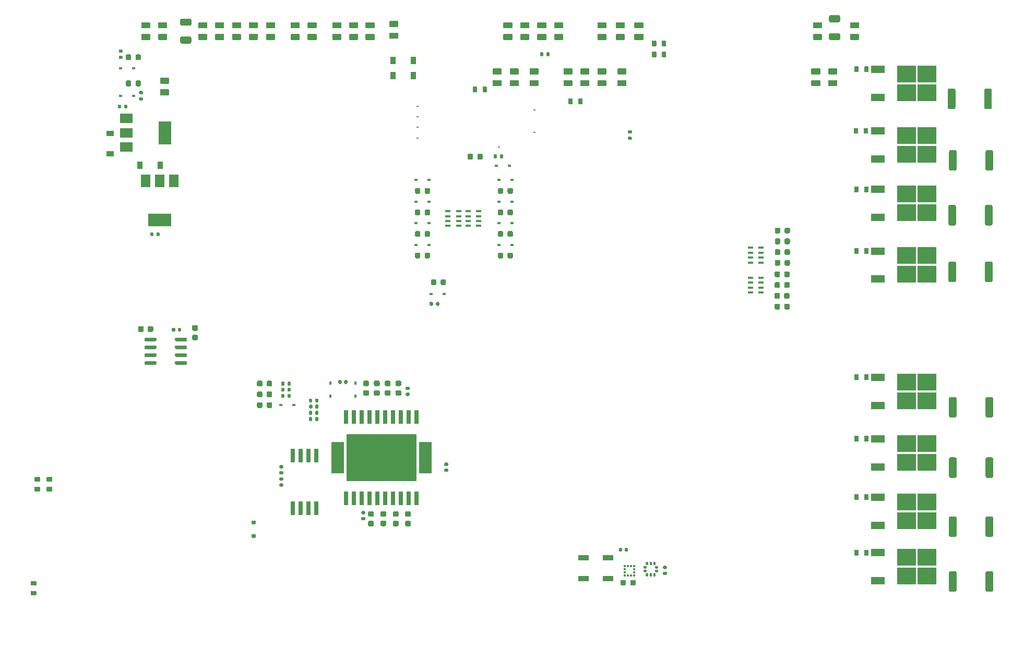
<source format=gtp>
G04 #@! TF.GenerationSoftware,KiCad,Pcbnew,(5.99.0-12439-g94954386e6)*
G04 #@! TF.CreationDate,2021-10-02T17:26:29+03:00*
G04 #@! TF.ProjectId,hellen88bmw,68656c6c-656e-4383-9862-6d772e6b6963,A*
G04 #@! TF.SameCoordinates,PX3d1b110PY9269338*
G04 #@! TF.FileFunction,Paste,Top*
G04 #@! TF.FilePolarity,Positive*
%FSLAX46Y46*%
G04 Gerber Fmt 4.6, Leading zero omitted, Abs format (unit mm)*
G04 Created by KiCad (PCBNEW (5.99.0-12439-g94954386e6)) date 2021-10-02 17:26:29*
%MOMM*%
%LPD*%
G01*
G04 APERTURE LIST*
%ADD10R,3.050000X2.750000*%
%ADD11R,2.200000X1.200000*%
%ADD12R,0.640000X2.160000*%
%ADD13R,0.600000X0.450000*%
%ADD14R,0.900000X1.200000*%
%ADD15R,1.700000X0.900000*%
%ADD16R,0.900000X0.400000*%
%ADD17R,0.800000X2.200000*%
%ADD18R,2.032000X5.080000*%
%ADD19R,11.430000X7.620000*%
%ADD20O,0.000001X0.000001*%
%ADD21R,0.350000X0.375000*%
%ADD22R,0.375000X0.350000*%
%ADD23O,0.500000X0.250000*%
%ADD24O,0.250000X0.500000*%
%ADD25R,1.500000X2.000000*%
%ADD26R,3.800000X2.000000*%
%ADD27R,2.000000X1.500000*%
%ADD28R,2.000000X3.800000*%
%ADD29R,0.450000X0.600000*%
%ADD30R,1.200000X0.900000*%
G04 APERTURE END LIST*
G04 #@! TO.C,JP1*
G36*
G01*
X20301000Y99973001D02*
X21551000Y99973001D01*
G75*
G02*
X21651000Y99873001I0J-100000D01*
G01*
X21651000Y99073001D01*
G75*
G02*
X21551000Y98973001I-100000J0D01*
G01*
X20301000Y98973001D01*
G75*
G02*
X20201000Y99073001I0J100000D01*
G01*
X20201000Y99873001D01*
G75*
G02*
X20301000Y99973001I100000J0D01*
G01*
G37*
G36*
G01*
X20301000Y98072979D02*
X21551000Y98072979D01*
G75*
G02*
X21651000Y97972979I0J-100000D01*
G01*
X21651000Y97172979D01*
G75*
G02*
X21551000Y97072979I-100000J0D01*
G01*
X20301000Y97072979D01*
G75*
G02*
X20201000Y97172979I0J100000D01*
G01*
X20201000Y97972979D01*
G75*
G02*
X20301000Y98072979I100000J0D01*
G01*
G37*
G04 #@! TD*
G04 #@! TO.C,JP3*
G36*
G01*
X29551000Y99973001D02*
X30801000Y99973001D01*
G75*
G02*
X30901000Y99873001I0J-100000D01*
G01*
X30901000Y99073001D01*
G75*
G02*
X30801000Y98973001I-100000J0D01*
G01*
X29551000Y98973001D01*
G75*
G02*
X29451000Y99073001I0J100000D01*
G01*
X29451000Y99873001D01*
G75*
G02*
X29551000Y99973001I100000J0D01*
G01*
G37*
G36*
G01*
X29551000Y98072979D02*
X30801000Y98072979D01*
G75*
G02*
X30901000Y97972979I0J-100000D01*
G01*
X30901000Y97172979D01*
G75*
G02*
X30801000Y97072979I-100000J0D01*
G01*
X29551000Y97072979D01*
G75*
G02*
X29451000Y97172979I0J100000D01*
G01*
X29451000Y97972979D01*
G75*
G02*
X29551000Y98072979I100000J0D01*
G01*
G37*
G04 #@! TD*
G04 #@! TO.C,JP4*
G36*
G01*
X35051000Y99973001D02*
X36301000Y99973001D01*
G75*
G02*
X36401000Y99873001I0J-100000D01*
G01*
X36401000Y99073001D01*
G75*
G02*
X36301000Y98973001I-100000J0D01*
G01*
X35051000Y98973001D01*
G75*
G02*
X34951000Y99073001I0J100000D01*
G01*
X34951000Y99873001D01*
G75*
G02*
X35051000Y99973001I100000J0D01*
G01*
G37*
G36*
G01*
X35051000Y98072979D02*
X36301000Y98072979D01*
G75*
G02*
X36401000Y97972979I0J-100000D01*
G01*
X36401000Y97172979D01*
G75*
G02*
X36301000Y97072979I-100000J0D01*
G01*
X35051000Y97072979D01*
G75*
G02*
X34951000Y97172979I0J100000D01*
G01*
X34951000Y97972979D01*
G75*
G02*
X35051000Y98072979I100000J0D01*
G01*
G37*
G04 #@! TD*
G04 #@! TO.C,JP5*
G36*
G01*
X44551000Y99973001D02*
X45801000Y99973001D01*
G75*
G02*
X45901000Y99873001I0J-100000D01*
G01*
X45901000Y99073001D01*
G75*
G02*
X45801000Y98973001I-100000J0D01*
G01*
X44551000Y98973001D01*
G75*
G02*
X44451000Y99073001I0J100000D01*
G01*
X44451000Y99873001D01*
G75*
G02*
X44551000Y99973001I100000J0D01*
G01*
G37*
G36*
G01*
X44551000Y98072979D02*
X45801000Y98072979D01*
G75*
G02*
X45901000Y97972979I0J-100000D01*
G01*
X45901000Y97172979D01*
G75*
G02*
X45801000Y97072979I-100000J0D01*
G01*
X44551000Y97072979D01*
G75*
G02*
X44451000Y97172979I0J100000D01*
G01*
X44451000Y97972979D01*
G75*
G02*
X44551000Y98072979I100000J0D01*
G01*
G37*
G04 #@! TD*
G04 #@! TO.C,JP7*
G36*
G01*
X51301000Y99973001D02*
X52551000Y99973001D01*
G75*
G02*
X52651000Y99873001I0J-100000D01*
G01*
X52651000Y99073001D01*
G75*
G02*
X52551000Y98973001I-100000J0D01*
G01*
X51301000Y98973001D01*
G75*
G02*
X51201000Y99073001I0J100000D01*
G01*
X51201000Y99873001D01*
G75*
G02*
X51301000Y99973001I100000J0D01*
G01*
G37*
G36*
G01*
X51301000Y98072979D02*
X52551000Y98072979D01*
G75*
G02*
X52651000Y97972979I0J-100000D01*
G01*
X52651000Y97172979D01*
G75*
G02*
X52551000Y97072979I-100000J0D01*
G01*
X51301000Y97072979D01*
G75*
G02*
X51201000Y97172979I0J100000D01*
G01*
X51201000Y97972979D01*
G75*
G02*
X51301000Y98072979I100000J0D01*
G01*
G37*
G04 #@! TD*
G04 #@! TO.C,JP16*
G36*
G01*
X84551000Y99973001D02*
X85801000Y99973001D01*
G75*
G02*
X85901000Y99873001I0J-100000D01*
G01*
X85901000Y99073001D01*
G75*
G02*
X85801000Y98973001I-100000J0D01*
G01*
X84551000Y98973001D01*
G75*
G02*
X84451000Y99073001I0J100000D01*
G01*
X84451000Y99873001D01*
G75*
G02*
X84551000Y99973001I100000J0D01*
G01*
G37*
G36*
G01*
X84551000Y98072979D02*
X85801000Y98072979D01*
G75*
G02*
X85901000Y97972979I0J-100000D01*
G01*
X85901000Y97172979D01*
G75*
G02*
X85801000Y97072979I-100000J0D01*
G01*
X84551000Y97072979D01*
G75*
G02*
X84451000Y97172979I0J100000D01*
G01*
X84451000Y97972979D01*
G75*
G02*
X84551000Y98072979I100000J0D01*
G01*
G37*
G04 #@! TD*
G04 #@! TO.C,JP17*
G36*
G01*
X87301000Y99973001D02*
X88551000Y99973001D01*
G75*
G02*
X88651000Y99873001I0J-100000D01*
G01*
X88651000Y99073001D01*
G75*
G02*
X88551000Y98973001I-100000J0D01*
G01*
X87301000Y98973001D01*
G75*
G02*
X87201000Y99073001I0J100000D01*
G01*
X87201000Y99873001D01*
G75*
G02*
X87301000Y99973001I100000J0D01*
G01*
G37*
G36*
G01*
X87301000Y98072979D02*
X88551000Y98072979D01*
G75*
G02*
X88651000Y97972979I0J-100000D01*
G01*
X88651000Y97172979D01*
G75*
G02*
X88551000Y97072979I-100000J0D01*
G01*
X87301000Y97072979D01*
G75*
G02*
X87201000Y97172979I0J100000D01*
G01*
X87201000Y97972979D01*
G75*
G02*
X87301000Y98072979I100000J0D01*
G01*
G37*
G04 #@! TD*
G04 #@! TO.C,JP20*
G36*
G01*
X94301000Y92473001D02*
X95551000Y92473001D01*
G75*
G02*
X95651000Y92373001I0J-100000D01*
G01*
X95651000Y91573001D01*
G75*
G02*
X95551000Y91473001I-100000J0D01*
G01*
X94301000Y91473001D01*
G75*
G02*
X94201000Y91573001I0J100000D01*
G01*
X94201000Y92373001D01*
G75*
G02*
X94301000Y92473001I100000J0D01*
G01*
G37*
G36*
G01*
X94301000Y90572979D02*
X95551000Y90572979D01*
G75*
G02*
X95651000Y90472979I0J-100000D01*
G01*
X95651000Y89672979D01*
G75*
G02*
X95551000Y89572979I-100000J0D01*
G01*
X94301000Y89572979D01*
G75*
G02*
X94201000Y89672979I0J100000D01*
G01*
X94201000Y90472979D01*
G75*
G02*
X94301000Y90572979I100000J0D01*
G01*
G37*
G04 #@! TD*
G04 #@! TO.C,JP21*
G36*
G01*
X97551000Y92473001D02*
X98801000Y92473001D01*
G75*
G02*
X98901000Y92373001I0J-100000D01*
G01*
X98901000Y91573001D01*
G75*
G02*
X98801000Y91473001I-100000J0D01*
G01*
X97551000Y91473001D01*
G75*
G02*
X97451000Y91573001I0J100000D01*
G01*
X97451000Y92373001D01*
G75*
G02*
X97551000Y92473001I100000J0D01*
G01*
G37*
G36*
G01*
X97551000Y90572979D02*
X98801000Y90572979D01*
G75*
G02*
X98901000Y90472979I0J-100000D01*
G01*
X98901000Y89672979D01*
G75*
G02*
X98801000Y89572979I-100000J0D01*
G01*
X97551000Y89572979D01*
G75*
G02*
X97451000Y89672979I0J100000D01*
G01*
X97451000Y90472979D01*
G75*
G02*
X97551000Y90572979I100000J0D01*
G01*
G37*
G04 #@! TD*
G04 #@! TO.C,JP26*
G36*
G01*
X129301000Y99973001D02*
X130551000Y99973001D01*
G75*
G02*
X130651000Y99873001I0J-100000D01*
G01*
X130651000Y99073001D01*
G75*
G02*
X130551000Y98973001I-100000J0D01*
G01*
X129301000Y98973001D01*
G75*
G02*
X129201000Y99073001I0J100000D01*
G01*
X129201000Y99873001D01*
G75*
G02*
X129301000Y99973001I100000J0D01*
G01*
G37*
G36*
G01*
X129301000Y98072979D02*
X130551000Y98072979D01*
G75*
G02*
X130651000Y97972979I0J-100000D01*
G01*
X130651000Y97172979D01*
G75*
G02*
X130551000Y97072979I-100000J0D01*
G01*
X129301000Y97072979D01*
G75*
G02*
X129201000Y97172979I0J100000D01*
G01*
X129201000Y97972979D01*
G75*
G02*
X129301000Y98072979I100000J0D01*
G01*
G37*
G04 #@! TD*
G04 #@! TO.C,JP27*
G36*
G01*
X135301000Y99973001D02*
X136551000Y99973001D01*
G75*
G02*
X136651000Y99873001I0J-100000D01*
G01*
X136651000Y99073001D01*
G75*
G02*
X136551000Y98973001I-100000J0D01*
G01*
X135301000Y98973001D01*
G75*
G02*
X135201000Y99073001I0J100000D01*
G01*
X135201000Y99873001D01*
G75*
G02*
X135301000Y99973001I100000J0D01*
G01*
G37*
G36*
G01*
X135301000Y98072979D02*
X136551000Y98072979D01*
G75*
G02*
X136651000Y97972979I0J-100000D01*
G01*
X136651000Y97172979D01*
G75*
G02*
X136551000Y97072979I-100000J0D01*
G01*
X135301000Y97072979D01*
G75*
G02*
X135201000Y97172979I0J100000D01*
G01*
X135201000Y97972979D01*
G75*
G02*
X135301000Y98072979I100000J0D01*
G01*
G37*
G04 #@! TD*
G04 #@! TO.C,JP29*
G36*
G01*
X23051000Y99973001D02*
X24301000Y99973001D01*
G75*
G02*
X24401000Y99873001I0J-100000D01*
G01*
X24401000Y99073001D01*
G75*
G02*
X24301000Y98973001I-100000J0D01*
G01*
X23051000Y98973001D01*
G75*
G02*
X22951000Y99073001I0J100000D01*
G01*
X22951000Y99873001D01*
G75*
G02*
X23051000Y99973001I100000J0D01*
G01*
G37*
G36*
G01*
X23051000Y98072979D02*
X24301000Y98072979D01*
G75*
G02*
X24401000Y97972979I0J-100000D01*
G01*
X24401000Y97172979D01*
G75*
G02*
X24301000Y97072979I-100000J0D01*
G01*
X23051000Y97072979D01*
G75*
G02*
X22951000Y97172979I0J100000D01*
G01*
X22951000Y97972979D01*
G75*
G02*
X23051000Y98072979I100000J0D01*
G01*
G37*
G04 #@! TD*
G04 #@! TO.C,JP31*
G36*
G01*
X32301000Y99973001D02*
X33551000Y99973001D01*
G75*
G02*
X33651000Y99873001I0J-100000D01*
G01*
X33651000Y99073001D01*
G75*
G02*
X33551000Y98973001I-100000J0D01*
G01*
X32301000Y98973001D01*
G75*
G02*
X32201000Y99073001I0J100000D01*
G01*
X32201000Y99873001D01*
G75*
G02*
X32301000Y99973001I100000J0D01*
G01*
G37*
G36*
G01*
X32301000Y98072979D02*
X33551000Y98072979D01*
G75*
G02*
X33651000Y97972979I0J-100000D01*
G01*
X33651000Y97172979D01*
G75*
G02*
X33551000Y97072979I-100000J0D01*
G01*
X32301000Y97072979D01*
G75*
G02*
X32201000Y97172979I0J100000D01*
G01*
X32201000Y97972979D01*
G75*
G02*
X32301000Y98072979I100000J0D01*
G01*
G37*
G04 #@! TD*
G04 #@! TO.C,JP32*
G36*
G01*
X40551000Y99973001D02*
X41801000Y99973001D01*
G75*
G02*
X41901000Y99873001I0J-100000D01*
G01*
X41901000Y99073001D01*
G75*
G02*
X41801000Y98973001I-100000J0D01*
G01*
X40551000Y98973001D01*
G75*
G02*
X40451000Y99073001I0J100000D01*
G01*
X40451000Y99873001D01*
G75*
G02*
X40551000Y99973001I100000J0D01*
G01*
G37*
G36*
G01*
X40551000Y98072979D02*
X41801000Y98072979D01*
G75*
G02*
X41901000Y97972979I0J-100000D01*
G01*
X41901000Y97172979D01*
G75*
G02*
X41801000Y97072979I-100000J0D01*
G01*
X40551000Y97072979D01*
G75*
G02*
X40451000Y97172979I0J100000D01*
G01*
X40451000Y97972979D01*
G75*
G02*
X40551000Y98072979I100000J0D01*
G01*
G37*
G04 #@! TD*
G04 #@! TO.C,JP33*
G36*
G01*
X47301000Y99973001D02*
X48551000Y99973001D01*
G75*
G02*
X48651000Y99873001I0J-100000D01*
G01*
X48651000Y99073001D01*
G75*
G02*
X48551000Y98973001I-100000J0D01*
G01*
X47301000Y98973001D01*
G75*
G02*
X47201000Y99073001I0J100000D01*
G01*
X47201000Y99873001D01*
G75*
G02*
X47301000Y99973001I100000J0D01*
G01*
G37*
G36*
G01*
X47301000Y98072979D02*
X48551000Y98072979D01*
G75*
G02*
X48651000Y97972979I0J-100000D01*
G01*
X48651000Y97172979D01*
G75*
G02*
X48551000Y97072979I-100000J0D01*
G01*
X47301000Y97072979D01*
G75*
G02*
X47201000Y97172979I0J100000D01*
G01*
X47201000Y97972979D01*
G75*
G02*
X47301000Y98072979I100000J0D01*
G01*
G37*
G04 #@! TD*
G04 #@! TO.C,JP35*
G36*
G01*
X56701000Y99973001D02*
X57951000Y99973001D01*
G75*
G02*
X58051000Y99873001I0J-100000D01*
G01*
X58051000Y99073001D01*
G75*
G02*
X57951000Y98973001I-100000J0D01*
G01*
X56701000Y98973001D01*
G75*
G02*
X56601000Y99073001I0J100000D01*
G01*
X56601000Y99873001D01*
G75*
G02*
X56701000Y99973001I100000J0D01*
G01*
G37*
G36*
G01*
X56701000Y98072979D02*
X57951000Y98072979D01*
G75*
G02*
X58051000Y97972979I0J-100000D01*
G01*
X58051000Y97172979D01*
G75*
G02*
X57951000Y97072979I-100000J0D01*
G01*
X56701000Y97072979D01*
G75*
G02*
X56601000Y97172979I0J100000D01*
G01*
X56601000Y97972979D01*
G75*
G02*
X56701000Y98072979I100000J0D01*
G01*
G37*
G04 #@! TD*
G04 #@! TO.C,JP41*
G36*
G01*
X77301000Y92473001D02*
X78551000Y92473001D01*
G75*
G02*
X78651000Y92373001I0J-100000D01*
G01*
X78651000Y91573001D01*
G75*
G02*
X78551000Y91473001I-100000J0D01*
G01*
X77301000Y91473001D01*
G75*
G02*
X77201000Y91573001I0J100000D01*
G01*
X77201000Y92373001D01*
G75*
G02*
X77301000Y92473001I100000J0D01*
G01*
G37*
G36*
G01*
X77301000Y90572979D02*
X78551000Y90572979D01*
G75*
G02*
X78651000Y90472979I0J-100000D01*
G01*
X78651000Y89672979D01*
G75*
G02*
X78551000Y89572979I-100000J0D01*
G01*
X77301000Y89572979D01*
G75*
G02*
X77201000Y89672979I0J100000D01*
G01*
X77201000Y90472979D01*
G75*
G02*
X77301000Y90572979I100000J0D01*
G01*
G37*
G04 #@! TD*
G04 #@! TO.C,JP42*
G36*
G01*
X80101000Y92473001D02*
X81351000Y92473001D01*
G75*
G02*
X81451000Y92373001I0J-100000D01*
G01*
X81451000Y91573001D01*
G75*
G02*
X81351000Y91473001I-100000J0D01*
G01*
X80101000Y91473001D01*
G75*
G02*
X80001000Y91573001I0J100000D01*
G01*
X80001000Y92373001D01*
G75*
G02*
X80101000Y92473001I100000J0D01*
G01*
G37*
G36*
G01*
X80101000Y90572979D02*
X81351000Y90572979D01*
G75*
G02*
X81451000Y90472979I0J-100000D01*
G01*
X81451000Y89672979D01*
G75*
G02*
X81351000Y89572979I-100000J0D01*
G01*
X80101000Y89572979D01*
G75*
G02*
X80001000Y89672979I0J100000D01*
G01*
X80001000Y90472979D01*
G75*
G02*
X80101000Y90572979I100000J0D01*
G01*
G37*
G04 #@! TD*
G04 #@! TO.C,JP43*
G36*
G01*
X81801000Y99973001D02*
X83051000Y99973001D01*
G75*
G02*
X83151000Y99873001I0J-100000D01*
G01*
X83151000Y99073001D01*
G75*
G02*
X83051000Y98973001I-100000J0D01*
G01*
X81801000Y98973001D01*
G75*
G02*
X81701000Y99073001I0J100000D01*
G01*
X81701000Y99873001D01*
G75*
G02*
X81801000Y99973001I100000J0D01*
G01*
G37*
G36*
G01*
X81801000Y98072979D02*
X83051000Y98072979D01*
G75*
G02*
X83151000Y97972979I0J-100000D01*
G01*
X83151000Y97172979D01*
G75*
G02*
X83051000Y97072979I-100000J0D01*
G01*
X81801000Y97072979D01*
G75*
G02*
X81701000Y97172979I0J100000D01*
G01*
X81701000Y97972979D01*
G75*
G02*
X81801000Y98072979I100000J0D01*
G01*
G37*
G04 #@! TD*
G04 #@! TO.C,JP46*
G36*
G01*
X88801000Y92473001D02*
X90051000Y92473001D01*
G75*
G02*
X90151000Y92373001I0J-100000D01*
G01*
X90151000Y91573001D01*
G75*
G02*
X90051000Y91473001I-100000J0D01*
G01*
X88801000Y91473001D01*
G75*
G02*
X88701000Y91573001I0J100000D01*
G01*
X88701000Y92373001D01*
G75*
G02*
X88801000Y92473001I100000J0D01*
G01*
G37*
G36*
G01*
X88801000Y90572979D02*
X90051000Y90572979D01*
G75*
G02*
X90151000Y90472979I0J-100000D01*
G01*
X90151000Y89672979D01*
G75*
G02*
X90051000Y89572979I-100000J0D01*
G01*
X88801000Y89572979D01*
G75*
G02*
X88701000Y89672979I0J100000D01*
G01*
X88701000Y90472979D01*
G75*
G02*
X88801000Y90572979I100000J0D01*
G01*
G37*
G04 #@! TD*
G04 #@! TO.C,JP47*
G36*
G01*
X91551000Y92473001D02*
X92801000Y92473001D01*
G75*
G02*
X92901000Y92373001I0J-100000D01*
G01*
X92901000Y91573001D01*
G75*
G02*
X92801000Y91473001I-100000J0D01*
G01*
X91551000Y91473001D01*
G75*
G02*
X91451000Y91573001I0J100000D01*
G01*
X91451000Y92373001D01*
G75*
G02*
X91551000Y92473001I100000J0D01*
G01*
G37*
G36*
G01*
X91551000Y90572979D02*
X92801000Y90572979D01*
G75*
G02*
X92901000Y90472979I0J-100000D01*
G01*
X92901000Y89672979D01*
G75*
G02*
X92801000Y89572979I-100000J0D01*
G01*
X91551000Y89572979D01*
G75*
G02*
X91451000Y89672979I0J100000D01*
G01*
X91451000Y90472979D01*
G75*
G02*
X91551000Y90572979I100000J0D01*
G01*
G37*
G04 #@! TD*
G04 #@! TO.C,JP54*
G36*
G01*
X131776000Y100178010D02*
X131776000Y100868010D01*
G75*
G02*
X132006000Y101098010I230000J0D01*
G01*
X133346000Y101098010D01*
G75*
G02*
X133576000Y100868010I0J-230000D01*
G01*
X133576000Y100178010D01*
G75*
G02*
X133346000Y99948010I-230000J0D01*
G01*
X132006000Y99948010D01*
G75*
G02*
X131776000Y100178010I0J230000D01*
G01*
G37*
G36*
G01*
X131776000Y97277990D02*
X131776000Y97967990D01*
G75*
G02*
X132006000Y98197990I230000J0D01*
G01*
X133346000Y98197990D01*
G75*
G02*
X133576000Y97967990I0J-230000D01*
G01*
X133576000Y97277990D01*
G75*
G02*
X133346000Y97047990I-230000J0D01*
G01*
X132006000Y97047990D01*
G75*
G02*
X131776000Y97277990I0J230000D01*
G01*
G37*
G04 #@! TD*
G04 #@! TO.C,JP56*
G36*
G01*
X26526000Y99628010D02*
X26526000Y100318010D01*
G75*
G02*
X26756000Y100548010I230000J0D01*
G01*
X28096000Y100548010D01*
G75*
G02*
X28326000Y100318010I0J-230000D01*
G01*
X28326000Y99628010D01*
G75*
G02*
X28096000Y99398010I-230000J0D01*
G01*
X26756000Y99398010D01*
G75*
G02*
X26526000Y99628010I0J230000D01*
G01*
G37*
G36*
G01*
X26526000Y96727990D02*
X26526000Y97417990D01*
G75*
G02*
X26756000Y97647990I230000J0D01*
G01*
X28096000Y97647990D01*
G75*
G02*
X28326000Y97417990I0J-230000D01*
G01*
X28326000Y96727990D01*
G75*
G02*
X28096000Y96497990I-230000J0D01*
G01*
X26756000Y96497990D01*
G75*
G02*
X26526000Y96727990I0J230000D01*
G01*
G37*
G04 #@! TD*
G04 #@! TO.C,JP73*
G36*
G01*
X83301000Y92473001D02*
X84551000Y92473001D01*
G75*
G02*
X84651000Y92373001I0J-100000D01*
G01*
X84651000Y91573001D01*
G75*
G02*
X84551000Y91473001I-100000J0D01*
G01*
X83301000Y91473001D01*
G75*
G02*
X83201000Y91573001I0J100000D01*
G01*
X83201000Y92373001D01*
G75*
G02*
X83301000Y92473001I100000J0D01*
G01*
G37*
G36*
G01*
X83301000Y90572979D02*
X84551000Y90572979D01*
G75*
G02*
X84651000Y90472979I0J-100000D01*
G01*
X84651000Y89672979D01*
G75*
G02*
X84551000Y89572979I-100000J0D01*
G01*
X83301000Y89572979D01*
G75*
G02*
X83201000Y89672979I0J100000D01*
G01*
X83201000Y90472979D01*
G75*
G02*
X83301000Y90572979I100000J0D01*
G01*
G37*
G04 #@! TD*
G04 #@! TO.C,JP77*
G36*
G01*
X94301000Y99973001D02*
X95551000Y99973001D01*
G75*
G02*
X95651000Y99873001I0J-100000D01*
G01*
X95651000Y99073001D01*
G75*
G02*
X95551000Y98973001I-100000J0D01*
G01*
X94301000Y98973001D01*
G75*
G02*
X94201000Y99073001I0J100000D01*
G01*
X94201000Y99873001D01*
G75*
G02*
X94301000Y99973001I100000J0D01*
G01*
G37*
G36*
G01*
X94301000Y98072979D02*
X95551000Y98072979D01*
G75*
G02*
X95651000Y97972979I0J-100000D01*
G01*
X95651000Y97172979D01*
G75*
G02*
X95551000Y97072979I-100000J0D01*
G01*
X94301000Y97072979D01*
G75*
G02*
X94201000Y97172979I0J100000D01*
G01*
X94201000Y97972979D01*
G75*
G02*
X94301000Y98072979I100000J0D01*
G01*
G37*
G04 #@! TD*
G04 #@! TO.C,JP78*
G36*
G01*
X100301000Y99973001D02*
X101551000Y99973001D01*
G75*
G02*
X101651000Y99873001I0J-100000D01*
G01*
X101651000Y99073001D01*
G75*
G02*
X101551000Y98973001I-100000J0D01*
G01*
X100301000Y98973001D01*
G75*
G02*
X100201000Y99073001I0J100000D01*
G01*
X100201000Y99873001D01*
G75*
G02*
X100301000Y99973001I100000J0D01*
G01*
G37*
G36*
G01*
X100301000Y98072979D02*
X101551000Y98072979D01*
G75*
G02*
X101651000Y97972979I0J-100000D01*
G01*
X101651000Y97172979D01*
G75*
G02*
X101551000Y97072979I-100000J0D01*
G01*
X100301000Y97072979D01*
G75*
G02*
X100201000Y97172979I0J100000D01*
G01*
X100201000Y97972979D01*
G75*
G02*
X100301000Y98072979I100000J0D01*
G01*
G37*
G04 #@! TD*
G04 #@! TO.C,JP85*
G36*
G01*
X131751000Y92473001D02*
X133001000Y92473001D01*
G75*
G02*
X133101000Y92373001I0J-100000D01*
G01*
X133101000Y91573001D01*
G75*
G02*
X133001000Y91473001I-100000J0D01*
G01*
X131751000Y91473001D01*
G75*
G02*
X131651000Y91573001I0J100000D01*
G01*
X131651000Y92373001D01*
G75*
G02*
X131751000Y92473001I100000J0D01*
G01*
G37*
G36*
G01*
X131751000Y90572979D02*
X133001000Y90572979D01*
G75*
G02*
X133101000Y90472979I0J-100000D01*
G01*
X133101000Y89672979D01*
G75*
G02*
X133001000Y89572979I-100000J0D01*
G01*
X131751000Y89572979D01*
G75*
G02*
X131651000Y89672979I0J100000D01*
G01*
X131651000Y90472979D01*
G75*
G02*
X131751000Y90572979I100000J0D01*
G01*
G37*
G04 #@! TD*
G04 #@! TO.C,JP86*
G36*
G01*
X129001000Y92473001D02*
X130251000Y92473001D01*
G75*
G02*
X130351000Y92373001I0J-100000D01*
G01*
X130351000Y91573001D01*
G75*
G02*
X130251000Y91473001I-100000J0D01*
G01*
X129001000Y91473001D01*
G75*
G02*
X128901000Y91573001I0J100000D01*
G01*
X128901000Y92373001D01*
G75*
G02*
X129001000Y92473001I100000J0D01*
G01*
G37*
G36*
G01*
X129001000Y90572979D02*
X130251000Y90572979D01*
G75*
G02*
X130351000Y90472979I0J-100000D01*
G01*
X130351000Y89672979D01*
G75*
G02*
X130251000Y89572979I-100000J0D01*
G01*
X129001000Y89572979D01*
G75*
G02*
X128901000Y89672979I0J100000D01*
G01*
X128901000Y90472979D01*
G75*
G02*
X129001000Y90572979I100000J0D01*
G01*
G37*
G04 #@! TD*
G04 #@! TO.C,JP59*
G36*
G01*
X37801000Y99973001D02*
X39051000Y99973001D01*
G75*
G02*
X39151000Y99873001I0J-100000D01*
G01*
X39151000Y99073001D01*
G75*
G02*
X39051000Y98973001I-100000J0D01*
G01*
X37801000Y98973001D01*
G75*
G02*
X37701000Y99073001I0J100000D01*
G01*
X37701000Y99873001D01*
G75*
G02*
X37801000Y99973001I100000J0D01*
G01*
G37*
G36*
G01*
X37801000Y98072979D02*
X39051000Y98072979D01*
G75*
G02*
X39151000Y97972979I0J-100000D01*
G01*
X39151000Y97172979D01*
G75*
G02*
X39051000Y97072979I-100000J0D01*
G01*
X37801000Y97072979D01*
G75*
G02*
X37701000Y97172979I0J100000D01*
G01*
X37701000Y97972979D01*
G75*
G02*
X37801000Y98072979I100000J0D01*
G01*
G37*
G04 #@! TD*
D10*
G04 #@! TO.C,Q1*
X144351000Y31548000D03*
X147701000Y31548000D03*
X147701000Y28498000D03*
X144351000Y28498000D03*
D11*
X139726000Y32303000D03*
X139726000Y27743000D03*
G04 #@! TD*
D10*
G04 #@! TO.C,Q6*
X144351000Y91548000D03*
X147701000Y88498000D03*
X144351000Y88498000D03*
X147701000Y91548000D03*
D11*
X139726000Y92303000D03*
X139726000Y87743000D03*
G04 #@! TD*
D10*
G04 #@! TO.C,Q2*
X147701000Y38498000D03*
X144351000Y41548000D03*
X144351000Y38498000D03*
X147701000Y41548000D03*
D11*
X139726000Y42303000D03*
X139726000Y37743000D03*
G04 #@! TD*
D10*
G04 #@! TO.C,Q5*
X147701000Y81548000D03*
X147701000Y78498000D03*
X144351000Y78498000D03*
X144351000Y81548000D03*
D11*
X139726000Y82303000D03*
X139726000Y77743000D03*
G04 #@! TD*
D10*
G04 #@! TO.C,Q3*
X147701000Y58998000D03*
X144351000Y58998000D03*
X147701000Y62048000D03*
X144351000Y62048000D03*
D11*
X139726000Y62803000D03*
X139726000Y58243000D03*
G04 #@! TD*
D10*
G04 #@! TO.C,Q4*
X147701000Y68998000D03*
X144351000Y68998000D03*
X147701000Y72048000D03*
X144351000Y72048000D03*
D11*
X139726000Y72803000D03*
X139726000Y68243000D03*
G04 #@! TD*
G04 #@! TO.C,C1*
G36*
G01*
X42756000Y26033000D02*
X43096000Y26033000D01*
G75*
G02*
X43236000Y25893000I0J-140000D01*
G01*
X43236000Y25613000D01*
G75*
G02*
X43096000Y25473000I-140000J0D01*
G01*
X42756000Y25473000D01*
G75*
G02*
X42616000Y25613000I0J140000D01*
G01*
X42616000Y25893000D01*
G75*
G02*
X42756000Y26033000I140000J0D01*
G01*
G37*
G36*
G01*
X42756000Y25073000D02*
X43096000Y25073000D01*
G75*
G02*
X43236000Y24933000I0J-140000D01*
G01*
X43236000Y24653000D01*
G75*
G02*
X43096000Y24513000I-140000J0D01*
G01*
X42756000Y24513000D01*
G75*
G02*
X42616000Y24653000I0J140000D01*
G01*
X42616000Y24933000D01*
G75*
G02*
X42756000Y25073000I140000J0D01*
G01*
G37*
G04 #@! TD*
G04 #@! TO.C,C2*
G36*
G01*
X43096000Y26513000D02*
X42756000Y26513000D01*
G75*
G02*
X42616000Y26653000I0J140000D01*
G01*
X42616000Y26933000D01*
G75*
G02*
X42756000Y27073000I140000J0D01*
G01*
X43096000Y27073000D01*
G75*
G02*
X43236000Y26933000I0J-140000D01*
G01*
X43236000Y26653000D01*
G75*
G02*
X43096000Y26513000I-140000J0D01*
G01*
G37*
G36*
G01*
X43096000Y27473000D02*
X42756000Y27473000D01*
G75*
G02*
X42616000Y27613000I0J140000D01*
G01*
X42616000Y27893000D01*
G75*
G02*
X42756000Y28033000I140000J0D01*
G01*
X43096000Y28033000D01*
G75*
G02*
X43236000Y27893000I0J-140000D01*
G01*
X43236000Y27613000D01*
G75*
G02*
X43096000Y27473000I-140000J0D01*
G01*
G37*
G04 #@! TD*
D12*
G04 #@! TO.C,U1*
X44771000Y21003000D03*
X46041000Y21003000D03*
X47311000Y21003000D03*
X48581000Y21003000D03*
X48581000Y29543000D03*
X47311000Y29543000D03*
X46041000Y29543000D03*
X44771000Y29543000D03*
G04 #@! TD*
G04 #@! TO.C,R1*
G36*
G01*
X16396000Y86088000D02*
X16396000Y86458000D01*
G75*
G02*
X16531000Y86593000I135000J0D01*
G01*
X16801000Y86593000D01*
G75*
G02*
X16936000Y86458000I0J-135000D01*
G01*
X16936000Y86088000D01*
G75*
G02*
X16801000Y85953000I-135000J0D01*
G01*
X16531000Y85953000D01*
G75*
G02*
X16396000Y86088000I0J135000D01*
G01*
G37*
G36*
G01*
X17416000Y86088000D02*
X17416000Y86458000D01*
G75*
G02*
X17551000Y86593000I135000J0D01*
G01*
X17821000Y86593000D01*
G75*
G02*
X17956000Y86458000I0J-135000D01*
G01*
X17956000Y86088000D01*
G75*
G02*
X17821000Y85953000I-135000J0D01*
G01*
X17551000Y85953000D01*
G75*
G02*
X17416000Y86088000I0J135000D01*
G01*
G37*
G04 #@! TD*
D13*
G04 #@! TO.C,D14*
X66876000Y70823000D03*
X64776000Y70823000D03*
G04 #@! TD*
G04 #@! TO.C,R10*
G36*
G01*
X151251000Y16598000D02*
X151251000Y19448000D01*
G75*
G02*
X151501000Y19698000I250000J0D01*
G01*
X152226000Y19698000D01*
G75*
G02*
X152476000Y19448000I0J-250000D01*
G01*
X152476000Y16598000D01*
G75*
G02*
X152226000Y16348000I-250000J0D01*
G01*
X151501000Y16348000D01*
G75*
G02*
X151251000Y16598000I0J250000D01*
G01*
G37*
G36*
G01*
X157176000Y16598000D02*
X157176000Y19448000D01*
G75*
G02*
X157426000Y19698000I250000J0D01*
G01*
X158151000Y19698000D01*
G75*
G02*
X158401000Y19448000I0J-250000D01*
G01*
X158401000Y16598000D01*
G75*
G02*
X158151000Y16348000I-250000J0D01*
G01*
X157426000Y16348000D01*
G75*
G02*
X157176000Y16598000I0J250000D01*
G01*
G37*
G04 #@! TD*
G04 #@! TO.C,D23*
G36*
G01*
X122988500Y65866750D02*
X122988500Y66379250D01*
G75*
G02*
X123207250Y66598000I218750J0D01*
G01*
X123644750Y66598000D01*
G75*
G02*
X123863500Y66379250I0J-218750D01*
G01*
X123863500Y65866750D01*
G75*
G02*
X123644750Y65648000I-218750J0D01*
G01*
X123207250Y65648000D01*
G75*
G02*
X122988500Y65866750I0J218750D01*
G01*
G37*
G36*
G01*
X124563500Y65866750D02*
X124563500Y66379250D01*
G75*
G02*
X124782250Y66598000I218750J0D01*
G01*
X125219750Y66598000D01*
G75*
G02*
X125438500Y66379250I0J-218750D01*
G01*
X125438500Y65866750D01*
G75*
G02*
X125219750Y65648000I-218750J0D01*
G01*
X124782250Y65648000D01*
G75*
G02*
X124563500Y65866750I0J218750D01*
G01*
G37*
G04 #@! TD*
G04 #@! TO.C,D25*
G36*
G01*
X64601000Y65316750D02*
X64601000Y65829250D01*
G75*
G02*
X64819750Y66048000I218750J0D01*
G01*
X65257250Y66048000D01*
G75*
G02*
X65476000Y65829250I0J-218750D01*
G01*
X65476000Y65316750D01*
G75*
G02*
X65257250Y65098000I-218750J0D01*
G01*
X64819750Y65098000D01*
G75*
G02*
X64601000Y65316750I0J218750D01*
G01*
G37*
G36*
G01*
X66176000Y65316750D02*
X66176000Y65829250D01*
G75*
G02*
X66394750Y66048000I218750J0D01*
G01*
X66832250Y66048000D01*
G75*
G02*
X67051000Y65829250I0J-218750D01*
G01*
X67051000Y65316750D01*
G75*
G02*
X66832250Y65098000I-218750J0D01*
G01*
X66394750Y65098000D01*
G75*
G02*
X66176000Y65316750I0J218750D01*
G01*
G37*
G04 #@! TD*
D14*
G04 #@! TO.C,D10*
X20026000Y76773000D03*
X23326000Y76773000D03*
G04 #@! TD*
G04 #@! TO.C,D27*
G36*
G01*
X80501000Y69329250D02*
X80501000Y68816750D01*
G75*
G02*
X80282250Y68598000I-218750J0D01*
G01*
X79844750Y68598000D01*
G75*
G02*
X79626000Y68816750I0J218750D01*
G01*
X79626000Y69329250D01*
G75*
G02*
X79844750Y69548000I218750J0D01*
G01*
X80282250Y69548000D01*
G75*
G02*
X80501000Y69329250I0J-218750D01*
G01*
G37*
G36*
G01*
X78926000Y69329250D02*
X78926000Y68816750D01*
G75*
G02*
X78707250Y68598000I-218750J0D01*
G01*
X78269750Y68598000D01*
G75*
G02*
X78051000Y68816750I0J218750D01*
G01*
X78051000Y69329250D01*
G75*
G02*
X78269750Y69548000I218750J0D01*
G01*
X78707250Y69548000D01*
G75*
G02*
X78926000Y69329250I0J-218750D01*
G01*
G37*
G04 #@! TD*
G04 #@! TO.C,R6*
G36*
G01*
X99291000Y82403000D02*
X99661000Y82403000D01*
G75*
G02*
X99796000Y82268000I0J-135000D01*
G01*
X99796000Y81998000D01*
G75*
G02*
X99661000Y81863000I-135000J0D01*
G01*
X99291000Y81863000D01*
G75*
G02*
X99156000Y81998000I0J135000D01*
G01*
X99156000Y82268000D01*
G75*
G02*
X99291000Y82403000I135000J0D01*
G01*
G37*
G36*
G01*
X99291000Y81383000D02*
X99661000Y81383000D01*
G75*
G02*
X99796000Y81248000I0J-135000D01*
G01*
X99796000Y80978000D01*
G75*
G02*
X99661000Y80843000I-135000J0D01*
G01*
X99291000Y80843000D01*
G75*
G02*
X99156000Y80978000I0J135000D01*
G01*
X99156000Y81248000D01*
G75*
G02*
X99291000Y81383000I135000J0D01*
G01*
G37*
G04 #@! TD*
G04 #@! TO.C,C13*
G36*
G01*
X61231000Y20528000D02*
X61731000Y20528000D01*
G75*
G02*
X61956000Y20303000I0J-225000D01*
G01*
X61956000Y19853000D01*
G75*
G02*
X61731000Y19628000I-225000J0D01*
G01*
X61231000Y19628000D01*
G75*
G02*
X61006000Y19853000I0J225000D01*
G01*
X61006000Y20303000D01*
G75*
G02*
X61231000Y20528000I225000J0D01*
G01*
G37*
G36*
G01*
X61231000Y18978000D02*
X61731000Y18978000D01*
G75*
G02*
X61956000Y18753000I0J-225000D01*
G01*
X61956000Y18303000D01*
G75*
G02*
X61731000Y18078000I-225000J0D01*
G01*
X61231000Y18078000D01*
G75*
G02*
X61006000Y18303000I0J225000D01*
G01*
X61006000Y18753000D01*
G75*
G02*
X61231000Y18978000I225000J0D01*
G01*
G37*
G04 #@! TD*
G04 #@! TO.C,D29*
G36*
G01*
X64601000Y61816750D02*
X64601000Y62329250D01*
G75*
G02*
X64819750Y62548000I218750J0D01*
G01*
X65257250Y62548000D01*
G75*
G02*
X65476000Y62329250I0J-218750D01*
G01*
X65476000Y61816750D01*
G75*
G02*
X65257250Y61598000I-218750J0D01*
G01*
X64819750Y61598000D01*
G75*
G02*
X64601000Y61816750I0J218750D01*
G01*
G37*
G36*
G01*
X66176000Y61816750D02*
X66176000Y62329250D01*
G75*
G02*
X66394750Y62548000I218750J0D01*
G01*
X66832250Y62548000D01*
G75*
G02*
X67051000Y62329250I0J-218750D01*
G01*
X67051000Y61816750D01*
G75*
G02*
X66832250Y61598000I-218750J0D01*
G01*
X66394750Y61598000D01*
G75*
G02*
X66176000Y61816750I0J218750D01*
G01*
G37*
G04 #@! TD*
D15*
G04 #@! TO.C,SW2*
X95926000Y12973000D03*
X95926000Y9573000D03*
G04 #@! TD*
D13*
G04 #@! TO.C,D1*
X16876000Y88023000D03*
X18976000Y88023000D03*
G04 #@! TD*
G04 #@! TO.C,R33*
G36*
G01*
X42896000Y39088000D02*
X42896000Y39458000D01*
G75*
G02*
X43031000Y39593000I135000J0D01*
G01*
X43301000Y39593000D01*
G75*
G02*
X43436000Y39458000I0J-135000D01*
G01*
X43436000Y39088000D01*
G75*
G02*
X43301000Y38953000I-135000J0D01*
G01*
X43031000Y38953000D01*
G75*
G02*
X42896000Y39088000I0J135000D01*
G01*
G37*
G36*
G01*
X43916000Y39088000D02*
X43916000Y39458000D01*
G75*
G02*
X44051000Y39593000I135000J0D01*
G01*
X44321000Y39593000D01*
G75*
G02*
X44456000Y39458000I0J-135000D01*
G01*
X44456000Y39088000D01*
G75*
G02*
X44321000Y38953000I-135000J0D01*
G01*
X44051000Y38953000D01*
G75*
G02*
X43916000Y39088000I0J135000D01*
G01*
G37*
G04 #@! TD*
D16*
G04 #@! TO.C,RN7*
X71676000Y66873000D03*
X71676000Y67673000D03*
X71676000Y68473000D03*
X71676000Y69273000D03*
X69976000Y69273000D03*
X69976000Y68473000D03*
X69976000Y67673000D03*
X69976000Y66873000D03*
G04 #@! TD*
D10*
G04 #@! TO.C,Q7*
X147701000Y22048000D03*
X144351000Y22048000D03*
X147701000Y18998000D03*
X144351000Y18998000D03*
D11*
X139726000Y22803000D03*
X139726000Y18243000D03*
G04 #@! TD*
G04 #@! TO.C,D28*
G36*
G01*
X64601000Y68816750D02*
X64601000Y69329250D01*
G75*
G02*
X64819750Y69548000I218750J0D01*
G01*
X65257250Y69548000D01*
G75*
G02*
X65476000Y69329250I0J-218750D01*
G01*
X65476000Y68816750D01*
G75*
G02*
X65257250Y68598000I-218750J0D01*
G01*
X64819750Y68598000D01*
G75*
G02*
X64601000Y68816750I0J218750D01*
G01*
G37*
G36*
G01*
X66176000Y68816750D02*
X66176000Y69329250D01*
G75*
G02*
X66394750Y69548000I218750J0D01*
G01*
X66832250Y69548000D01*
G75*
G02*
X67051000Y69329250I0J-218750D01*
G01*
X67051000Y68816750D01*
G75*
G02*
X66832250Y68598000I-218750J0D01*
G01*
X66394750Y68598000D01*
G75*
G02*
X66176000Y68816750I0J218750D01*
G01*
G37*
G04 #@! TD*
G04 #@! TO.C,R9*
G36*
G01*
X151151000Y57998000D02*
X151151000Y60848000D01*
G75*
G02*
X151401000Y61098000I250000J0D01*
G01*
X152126000Y61098000D01*
G75*
G02*
X152376000Y60848000I0J-250000D01*
G01*
X152376000Y57998000D01*
G75*
G02*
X152126000Y57748000I-250000J0D01*
G01*
X151401000Y57748000D01*
G75*
G02*
X151151000Y57998000I0J250000D01*
G01*
G37*
G36*
G01*
X157076000Y57998000D02*
X157076000Y60848000D01*
G75*
G02*
X157326000Y61098000I250000J0D01*
G01*
X158051000Y61098000D01*
G75*
G02*
X158301000Y60848000I0J-250000D01*
G01*
X158301000Y57998000D01*
G75*
G02*
X158051000Y57748000I-250000J0D01*
G01*
X157326000Y57748000D01*
G75*
G02*
X157076000Y57998000I0J250000D01*
G01*
G37*
G04 #@! TD*
G04 #@! TO.C,D11*
G36*
G01*
X67188500Y57466750D02*
X67188500Y57979250D01*
G75*
G02*
X67407250Y58198000I218750J0D01*
G01*
X67844750Y58198000D01*
G75*
G02*
X68063500Y57979250I0J-218750D01*
G01*
X68063500Y57466750D01*
G75*
G02*
X67844750Y57248000I-218750J0D01*
G01*
X67407250Y57248000D01*
G75*
G02*
X67188500Y57466750I0J218750D01*
G01*
G37*
G36*
G01*
X68763500Y57466750D02*
X68763500Y57979250D01*
G75*
G02*
X68982250Y58198000I218750J0D01*
G01*
X69419750Y58198000D01*
G75*
G02*
X69638500Y57979250I0J-218750D01*
G01*
X69638500Y57466750D01*
G75*
G02*
X69419750Y57248000I-218750J0D01*
G01*
X68982250Y57248000D01*
G75*
G02*
X68763500Y57466750I0J218750D01*
G01*
G37*
G04 #@! TD*
G04 #@! TO.C,C21*
G36*
G01*
X56926000Y39298000D02*
X56426000Y39298000D01*
G75*
G02*
X56201000Y39523000I0J225000D01*
G01*
X56201000Y39973000D01*
G75*
G02*
X56426000Y40198000I225000J0D01*
G01*
X56926000Y40198000D01*
G75*
G02*
X57151000Y39973000I0J-225000D01*
G01*
X57151000Y39523000D01*
G75*
G02*
X56926000Y39298000I-225000J0D01*
G01*
G37*
G36*
G01*
X56926000Y40848000D02*
X56426000Y40848000D01*
G75*
G02*
X56201000Y41073000I0J225000D01*
G01*
X56201000Y41523000D01*
G75*
G02*
X56426000Y41748000I225000J0D01*
G01*
X56926000Y41748000D01*
G75*
G02*
X57151000Y41523000I0J-225000D01*
G01*
X57151000Y41073000D01*
G75*
G02*
X56926000Y40848000I-225000J0D01*
G01*
G37*
G04 #@! TD*
G04 #@! TO.C,R31*
G36*
G01*
X42896000Y41088000D02*
X42896000Y41458000D01*
G75*
G02*
X43031000Y41593000I135000J0D01*
G01*
X43301000Y41593000D01*
G75*
G02*
X43436000Y41458000I0J-135000D01*
G01*
X43436000Y41088000D01*
G75*
G02*
X43301000Y40953000I-135000J0D01*
G01*
X43031000Y40953000D01*
G75*
G02*
X42896000Y41088000I0J135000D01*
G01*
G37*
G36*
G01*
X43916000Y41088000D02*
X43916000Y41458000D01*
G75*
G02*
X44051000Y41593000I135000J0D01*
G01*
X44321000Y41593000D01*
G75*
G02*
X44456000Y41458000I0J-135000D01*
G01*
X44456000Y41088000D01*
G75*
G02*
X44321000Y40953000I-135000J0D01*
G01*
X44051000Y40953000D01*
G75*
G02*
X43916000Y41088000I0J135000D01*
G01*
G37*
G04 #@! TD*
G04 #@! TO.C,D22*
G36*
G01*
X122988500Y62366750D02*
X122988500Y62879250D01*
G75*
G02*
X123207250Y63098000I218750J0D01*
G01*
X123644750Y63098000D01*
G75*
G02*
X123863500Y62879250I0J-218750D01*
G01*
X123863500Y62366750D01*
G75*
G02*
X123644750Y62148000I-218750J0D01*
G01*
X123207250Y62148000D01*
G75*
G02*
X122988500Y62366750I0J218750D01*
G01*
G37*
G36*
G01*
X124563500Y62366750D02*
X124563500Y62879250D01*
G75*
G02*
X124782250Y63098000I218750J0D01*
G01*
X125219750Y63098000D01*
G75*
G02*
X125438500Y62879250I0J-218750D01*
G01*
X125438500Y62366750D01*
G75*
G02*
X125219750Y62148000I-218750J0D01*
G01*
X124782250Y62148000D01*
G75*
G02*
X124563500Y62366750I0J218750D01*
G01*
G37*
G04 #@! TD*
G04 #@! TO.C,C17*
G36*
G01*
X60426000Y39298000D02*
X59926000Y39298000D01*
G75*
G02*
X59701000Y39523000I0J225000D01*
G01*
X59701000Y39973000D01*
G75*
G02*
X59926000Y40198000I225000J0D01*
G01*
X60426000Y40198000D01*
G75*
G02*
X60651000Y39973000I0J-225000D01*
G01*
X60651000Y39523000D01*
G75*
G02*
X60426000Y39298000I-225000J0D01*
G01*
G37*
G36*
G01*
X60426000Y40848000D02*
X59926000Y40848000D01*
G75*
G02*
X59701000Y41073000I0J225000D01*
G01*
X59701000Y41523000D01*
G75*
G02*
X59926000Y41748000I225000J0D01*
G01*
X60426000Y41748000D01*
G75*
G02*
X60651000Y41523000I0J-225000D01*
G01*
X60651000Y41073000D01*
G75*
G02*
X60426000Y40848000I-225000J0D01*
G01*
G37*
G04 #@! TD*
G04 #@! TO.C,C11*
G36*
G01*
X59231000Y20553000D02*
X59731000Y20553000D01*
G75*
G02*
X59956000Y20328000I0J-225000D01*
G01*
X59956000Y19878000D01*
G75*
G02*
X59731000Y19653000I-225000J0D01*
G01*
X59231000Y19653000D01*
G75*
G02*
X59006000Y19878000I0J225000D01*
G01*
X59006000Y20328000D01*
G75*
G02*
X59231000Y20553000I225000J0D01*
G01*
G37*
G36*
G01*
X59231000Y19003000D02*
X59731000Y19003000D01*
G75*
G02*
X59956000Y18778000I0J-225000D01*
G01*
X59956000Y18328000D01*
G75*
G02*
X59731000Y18103000I-225000J0D01*
G01*
X59231000Y18103000D01*
G75*
G02*
X59006000Y18328000I0J225000D01*
G01*
X59006000Y18778000D01*
G75*
G02*
X59231000Y19003000I225000J0D01*
G01*
G37*
G04 #@! TD*
G04 #@! TO.C,JP14*
G36*
G01*
X79051000Y99973001D02*
X80301000Y99973001D01*
G75*
G02*
X80401000Y99873001I0J-100000D01*
G01*
X80401000Y99073001D01*
G75*
G02*
X80301000Y98973001I-100000J0D01*
G01*
X79051000Y98973001D01*
G75*
G02*
X78951000Y99073001I0J100000D01*
G01*
X78951000Y99873001D01*
G75*
G02*
X79051000Y99973001I100000J0D01*
G01*
G37*
G36*
G01*
X79051000Y98072979D02*
X80301000Y98072979D01*
G75*
G02*
X80401000Y97972979I0J-100000D01*
G01*
X80401000Y97172979D01*
G75*
G02*
X80301000Y97072979I-100000J0D01*
G01*
X79051000Y97072979D01*
G75*
G02*
X78951000Y97172979I0J100000D01*
G01*
X78951000Y97972979D01*
G75*
G02*
X79051000Y98072979I100000J0D01*
G01*
G37*
G04 #@! TD*
G04 #@! TO.C,C15*
G36*
G01*
X53686000Y41693000D02*
X53686000Y41353000D01*
G75*
G02*
X53546000Y41213000I-140000J0D01*
G01*
X53266000Y41213000D01*
G75*
G02*
X53126000Y41353000I0J140000D01*
G01*
X53126000Y41693000D01*
G75*
G02*
X53266000Y41833000I140000J0D01*
G01*
X53546000Y41833000D01*
G75*
G02*
X53686000Y41693000I0J-140000D01*
G01*
G37*
G36*
G01*
X52726000Y41693000D02*
X52726000Y41353000D01*
G75*
G02*
X52586000Y41213000I-140000J0D01*
G01*
X52306000Y41213000D01*
G75*
G02*
X52166000Y41353000I0J140000D01*
G01*
X52166000Y41693000D01*
G75*
G02*
X52306000Y41833000I140000J0D01*
G01*
X52586000Y41833000D01*
G75*
G02*
X52726000Y41693000I0J-140000D01*
G01*
G37*
G04 #@! TD*
G04 #@! TO.C,R26*
G36*
G01*
X91801489Y87513000D02*
X91801489Y86733000D01*
G75*
G02*
X91731489Y86663000I-70000J0D01*
G01*
X91171489Y86663000D01*
G75*
G02*
X91101489Y86733000I0J70000D01*
G01*
X91101489Y87513000D01*
G75*
G02*
X91171489Y87583000I70000J0D01*
G01*
X91731489Y87583000D01*
G75*
G02*
X91801489Y87513000I0J-70000D01*
G01*
G37*
G36*
G01*
X90201489Y87513000D02*
X90201489Y86733000D01*
G75*
G02*
X90131489Y86663000I-70000J0D01*
G01*
X89571489Y86663000D01*
G75*
G02*
X89501489Y86733000I0J70000D01*
G01*
X89501489Y87513000D01*
G75*
G02*
X89571489Y87583000I70000J0D01*
G01*
X90131489Y87583000D01*
G75*
G02*
X90201489Y87513000I0J-70000D01*
G01*
G37*
G04 #@! TD*
G04 #@! TO.C,R14*
G36*
G01*
X158401000Y10548000D02*
X158401000Y7698000D01*
G75*
G02*
X158151000Y7448000I-250000J0D01*
G01*
X157426000Y7448000D01*
G75*
G02*
X157176000Y7698000I0J250000D01*
G01*
X157176000Y10548000D01*
G75*
G02*
X157426000Y10798000I250000J0D01*
G01*
X158151000Y10798000D01*
G75*
G02*
X158401000Y10548000I0J-250000D01*
G01*
G37*
G36*
G01*
X152476000Y10548000D02*
X152476000Y7698000D01*
G75*
G02*
X152226000Y7448000I-250000J0D01*
G01*
X151501000Y7448000D01*
G75*
G02*
X151251000Y7698000I0J250000D01*
G01*
X151251000Y10548000D01*
G75*
G02*
X151501000Y10798000I250000J0D01*
G01*
X152226000Y10798000D01*
G75*
G02*
X152476000Y10548000I0J-250000D01*
G01*
G37*
G04 #@! TD*
G04 #@! TO.C,JP36*
G36*
G01*
X60551000Y100175501D02*
X61801000Y100175501D01*
G75*
G02*
X61901000Y100075501I0J-100000D01*
G01*
X61901000Y99275501D01*
G75*
G02*
X61801000Y99175501I-100000J0D01*
G01*
X60551000Y99175501D01*
G75*
G02*
X60451000Y99275501I0J100000D01*
G01*
X60451000Y100075501D01*
G75*
G02*
X60551000Y100175501I100000J0D01*
G01*
G37*
G36*
G01*
X60551000Y98275479D02*
X61801000Y98275479D01*
G75*
G02*
X61901000Y98175479I0J-100000D01*
G01*
X61901000Y97375479D01*
G75*
G02*
X61801000Y97275479I-100000J0D01*
G01*
X60551000Y97275479D01*
G75*
G02*
X60451000Y97375479I0J100000D01*
G01*
X60451000Y98175479D01*
G75*
G02*
X60551000Y98275479I100000J0D01*
G01*
G37*
G04 #@! TD*
G04 #@! TO.C,D16*
G36*
G01*
X122951000Y53516750D02*
X122951000Y54029250D01*
G75*
G02*
X123169750Y54248000I218750J0D01*
G01*
X123607250Y54248000D01*
G75*
G02*
X123826000Y54029250I0J-218750D01*
G01*
X123826000Y53516750D01*
G75*
G02*
X123607250Y53298000I-218750J0D01*
G01*
X123169750Y53298000D01*
G75*
G02*
X122951000Y53516750I0J218750D01*
G01*
G37*
G36*
G01*
X124526000Y53516750D02*
X124526000Y54029250D01*
G75*
G02*
X124744750Y54248000I218750J0D01*
G01*
X125182250Y54248000D01*
G75*
G02*
X125401000Y54029250I0J-218750D01*
G01*
X125401000Y53516750D01*
G75*
G02*
X125182250Y53298000I-218750J0D01*
G01*
X124744750Y53298000D01*
G75*
G02*
X124526000Y53516750I0J218750D01*
G01*
G37*
G04 #@! TD*
G04 #@! TO.C,R4*
G36*
G01*
X2936000Y26073000D02*
X3716000Y26073000D01*
G75*
G02*
X3786000Y26003000I0J-70000D01*
G01*
X3786000Y25443000D01*
G75*
G02*
X3716000Y25373000I-70000J0D01*
G01*
X2936000Y25373000D01*
G75*
G02*
X2866000Y25443000I0J70000D01*
G01*
X2866000Y26003000D01*
G75*
G02*
X2936000Y26073000I70000J0D01*
G01*
G37*
G36*
G01*
X2936000Y24473000D02*
X3716000Y24473000D01*
G75*
G02*
X3786000Y24403000I0J-70000D01*
G01*
X3786000Y23843000D01*
G75*
G02*
X3716000Y23773000I-70000J0D01*
G01*
X2936000Y23773000D01*
G75*
G02*
X2866000Y23843000I0J70000D01*
G01*
X2866000Y24403000D01*
G75*
G02*
X2936000Y24473000I70000J0D01*
G01*
G37*
G04 #@! TD*
G04 #@! TO.C,R7*
G36*
G01*
X151251000Y26198000D02*
X151251000Y29048000D01*
G75*
G02*
X151501000Y29298000I250000J0D01*
G01*
X152226000Y29298000D01*
G75*
G02*
X152476000Y29048000I0J-250000D01*
G01*
X152476000Y26198000D01*
G75*
G02*
X152226000Y25948000I-250000J0D01*
G01*
X151501000Y25948000D01*
G75*
G02*
X151251000Y26198000I0J250000D01*
G01*
G37*
G36*
G01*
X157176000Y26198000D02*
X157176000Y29048000D01*
G75*
G02*
X157426000Y29298000I250000J0D01*
G01*
X158151000Y29298000D01*
G75*
G02*
X158401000Y29048000I0J-250000D01*
G01*
X158401000Y26198000D01*
G75*
G02*
X158151000Y25948000I-250000J0D01*
G01*
X157426000Y25948000D01*
G75*
G02*
X157176000Y26198000I0J250000D01*
G01*
G37*
G04 #@! TD*
D16*
G04 #@! TO.C,RN5*
X119076000Y58473000D03*
X119076000Y57673000D03*
X119076000Y56873000D03*
X119076000Y56073000D03*
X120776000Y56073000D03*
X120776000Y56873000D03*
X120776000Y57673000D03*
X120776000Y58473000D03*
G04 #@! TD*
G04 #@! TO.C,C19*
G36*
G01*
X58676000Y39298000D02*
X58176000Y39298000D01*
G75*
G02*
X57951000Y39523000I0J225000D01*
G01*
X57951000Y39973000D01*
G75*
G02*
X58176000Y40198000I225000J0D01*
G01*
X58676000Y40198000D01*
G75*
G02*
X58901000Y39973000I0J-225000D01*
G01*
X58901000Y39523000D01*
G75*
G02*
X58676000Y39298000I-225000J0D01*
G01*
G37*
G36*
G01*
X58676000Y40848000D02*
X58176000Y40848000D01*
G75*
G02*
X57951000Y41073000I0J225000D01*
G01*
X57951000Y41523000D01*
G75*
G02*
X58176000Y41748000I225000J0D01*
G01*
X58676000Y41748000D01*
G75*
G02*
X58901000Y41523000I0J-225000D01*
G01*
X58901000Y41073000D01*
G75*
G02*
X58676000Y40848000I-225000J0D01*
G01*
G37*
G04 #@! TD*
G04 #@! TO.C,R18*
G36*
G01*
X138186001Y92713000D02*
X138186001Y91933000D01*
G75*
G02*
X138116001Y91863000I-70000J0D01*
G01*
X137556001Y91863000D01*
G75*
G02*
X137486001Y91933000I0J70000D01*
G01*
X137486001Y92713000D01*
G75*
G02*
X137556001Y92783000I70000J0D01*
G01*
X138116001Y92783000D01*
G75*
G02*
X138186001Y92713000I0J-70000D01*
G01*
G37*
G36*
G01*
X136586001Y92713000D02*
X136586001Y91933000D01*
G75*
G02*
X136516001Y91863000I-70000J0D01*
G01*
X135956001Y91863000D01*
G75*
G02*
X135886001Y91933000I0J70000D01*
G01*
X135886001Y92713000D01*
G75*
G02*
X135956001Y92783000I70000J0D01*
G01*
X136516001Y92783000D01*
G75*
G02*
X136586001Y92713000I0J-70000D01*
G01*
G37*
G04 #@! TD*
G04 #@! TO.C,R5*
G36*
G01*
X84906000Y94588000D02*
X84906000Y94958000D01*
G75*
G02*
X85041000Y95093000I135000J0D01*
G01*
X85311000Y95093000D01*
G75*
G02*
X85446000Y94958000I0J-135000D01*
G01*
X85446000Y94588000D01*
G75*
G02*
X85311000Y94453000I-135000J0D01*
G01*
X85041000Y94453000D01*
G75*
G02*
X84906000Y94588000I0J135000D01*
G01*
G37*
G36*
G01*
X85926000Y94588000D02*
X85926000Y94958000D01*
G75*
G02*
X86061000Y95093000I135000J0D01*
G01*
X86331000Y95093000D01*
G75*
G02*
X86466000Y94958000I0J-135000D01*
G01*
X86466000Y94588000D01*
G75*
G02*
X86331000Y94453000I-135000J0D01*
G01*
X86061000Y94453000D01*
G75*
G02*
X85926000Y94588000I0J135000D01*
G01*
G37*
G04 #@! TD*
G04 #@! TO.C,R27*
G36*
G01*
X103066000Y94333000D02*
X103066000Y95113000D01*
G75*
G02*
X103136000Y95183000I70000J0D01*
G01*
X103696000Y95183000D01*
G75*
G02*
X103766000Y95113000I0J-70000D01*
G01*
X103766000Y94333000D01*
G75*
G02*
X103696000Y94263000I-70000J0D01*
G01*
X103136000Y94263000D01*
G75*
G02*
X103066000Y94333000I0J70000D01*
G01*
G37*
G36*
G01*
X104666000Y94333000D02*
X104666000Y95113000D01*
G75*
G02*
X104736000Y95183000I70000J0D01*
G01*
X105296000Y95183000D01*
G75*
G02*
X105366000Y95113000I0J-70000D01*
G01*
X105366000Y94333000D01*
G75*
G02*
X105296000Y94263000I-70000J0D01*
G01*
X104736000Y94263000D01*
G75*
G02*
X104666000Y94333000I0J70000D01*
G01*
G37*
G04 #@! TD*
G04 #@! TO.C,R12*
G36*
G01*
X158401000Y78948000D02*
X158401000Y76098000D01*
G75*
G02*
X158151000Y75848000I-250000J0D01*
G01*
X157426000Y75848000D01*
G75*
G02*
X157176000Y76098000I0J250000D01*
G01*
X157176000Y78948000D01*
G75*
G02*
X157426000Y79198000I250000J0D01*
G01*
X158151000Y79198000D01*
G75*
G02*
X158401000Y78948000I0J-250000D01*
G01*
G37*
G36*
G01*
X152476000Y78948000D02*
X152476000Y76098000D01*
G75*
G02*
X152226000Y75848000I-250000J0D01*
G01*
X151501000Y75848000D01*
G75*
G02*
X151251000Y76098000I0J250000D01*
G01*
X151251000Y78948000D01*
G75*
G02*
X151501000Y79198000I250000J0D01*
G01*
X152226000Y79198000D01*
G75*
G02*
X152476000Y78948000I0J-250000D01*
G01*
G37*
G04 #@! TD*
G04 #@! TO.C,RN6*
X119076000Y63323000D03*
X119076000Y62523000D03*
X119076000Y61723000D03*
X119076000Y60923000D03*
X120776000Y60923000D03*
X120776000Y61723000D03*
X120776000Y62523000D03*
X120776000Y63323000D03*
G04 #@! TD*
G04 #@! TO.C,C12*
G36*
G01*
X47436000Y37353000D02*
X47436000Y37693000D01*
G75*
G02*
X47576000Y37833000I140000J0D01*
G01*
X47856000Y37833000D01*
G75*
G02*
X47996000Y37693000I0J-140000D01*
G01*
X47996000Y37353000D01*
G75*
G02*
X47856000Y37213000I-140000J0D01*
G01*
X47576000Y37213000D01*
G75*
G02*
X47436000Y37353000I0J140000D01*
G01*
G37*
G36*
G01*
X48396000Y37353000D02*
X48396000Y37693000D01*
G75*
G02*
X48536000Y37833000I140000J0D01*
G01*
X48816000Y37833000D01*
G75*
G02*
X48956000Y37693000I0J-140000D01*
G01*
X48956000Y37353000D01*
G75*
G02*
X48816000Y37213000I-140000J0D01*
G01*
X48536000Y37213000D01*
G75*
G02*
X48396000Y37353000I0J140000D01*
G01*
G37*
G04 #@! TD*
G04 #@! TO.C,C8*
G36*
G01*
X29176000Y48298000D02*
X28676000Y48298000D01*
G75*
G02*
X28451000Y48523000I0J225000D01*
G01*
X28451000Y48973000D01*
G75*
G02*
X28676000Y49198000I225000J0D01*
G01*
X29176000Y49198000D01*
G75*
G02*
X29401000Y48973000I0J-225000D01*
G01*
X29401000Y48523000D01*
G75*
G02*
X29176000Y48298000I-225000J0D01*
G01*
G37*
G36*
G01*
X29176000Y49848000D02*
X28676000Y49848000D01*
G75*
G02*
X28451000Y50073000I0J225000D01*
G01*
X28451000Y50523000D01*
G75*
G02*
X28676000Y50748000I225000J0D01*
G01*
X29176000Y50748000D01*
G75*
G02*
X29401000Y50523000I0J-225000D01*
G01*
X29401000Y50073000D01*
G75*
G02*
X29176000Y49848000I-225000J0D01*
G01*
G37*
G04 #@! TD*
G04 #@! TO.C,D18*
G36*
G01*
X122988500Y60616750D02*
X122988500Y61129250D01*
G75*
G02*
X123207250Y61348000I218750J0D01*
G01*
X123644750Y61348000D01*
G75*
G02*
X123863500Y61129250I0J-218750D01*
G01*
X123863500Y60616750D01*
G75*
G02*
X123644750Y60398000I-218750J0D01*
G01*
X123207250Y60398000D01*
G75*
G02*
X122988500Y60616750I0J218750D01*
G01*
G37*
G36*
G01*
X124563500Y60616750D02*
X124563500Y61129250D01*
G75*
G02*
X124782250Y61348000I218750J0D01*
G01*
X125219750Y61348000D01*
G75*
G02*
X125438500Y61129250I0J-218750D01*
G01*
X125438500Y60616750D01*
G75*
G02*
X125219750Y60398000I-218750J0D01*
G01*
X124782250Y60398000D01*
G75*
G02*
X124563500Y60616750I0J218750D01*
G01*
G37*
G04 #@! TD*
G04 #@! TO.C,R2*
G36*
G01*
X21646000Y65338000D02*
X21646000Y65708000D01*
G75*
G02*
X21781000Y65843000I135000J0D01*
G01*
X22051000Y65843000D01*
G75*
G02*
X22186000Y65708000I0J-135000D01*
G01*
X22186000Y65338000D01*
G75*
G02*
X22051000Y65203000I-135000J0D01*
G01*
X21781000Y65203000D01*
G75*
G02*
X21646000Y65338000I0J135000D01*
G01*
G37*
G36*
G01*
X22666000Y65338000D02*
X22666000Y65708000D01*
G75*
G02*
X22801000Y65843000I135000J0D01*
G01*
X23071000Y65843000D01*
G75*
G02*
X23206000Y65708000I0J-135000D01*
G01*
X23206000Y65338000D01*
G75*
G02*
X23071000Y65203000I-135000J0D01*
G01*
X22801000Y65203000D01*
G75*
G02*
X22666000Y65338000I0J135000D01*
G01*
G37*
G04 #@! TD*
D14*
G04 #@! TO.C,D3*
X64326000Y91273000D03*
X61026000Y91273000D03*
G04 #@! TD*
D10*
G04 #@! TO.C,Q8*
X144351000Y9998000D03*
X144351000Y13048000D03*
X147701000Y9998000D03*
X147701000Y13048000D03*
D11*
X139726000Y13803000D03*
X139726000Y9243000D03*
G04 #@! TD*
G04 #@! TO.C,R43*
G36*
G01*
X68556000Y54408000D02*
X68556000Y54038000D01*
G75*
G02*
X68421000Y53903000I-135000J0D01*
G01*
X68151000Y53903000D01*
G75*
G02*
X68016000Y54038000I0J135000D01*
G01*
X68016000Y54408000D01*
G75*
G02*
X68151000Y54543000I135000J0D01*
G01*
X68421000Y54543000D01*
G75*
G02*
X68556000Y54408000I0J-135000D01*
G01*
G37*
G36*
G01*
X67536000Y54408000D02*
X67536000Y54038000D01*
G75*
G02*
X67401000Y53903000I-135000J0D01*
G01*
X67131000Y53903000D01*
G75*
G02*
X66996000Y54038000I0J135000D01*
G01*
X66996000Y54408000D01*
G75*
G02*
X67131000Y54543000I135000J0D01*
G01*
X67401000Y54543000D01*
G75*
G02*
X67536000Y54408000I0J-135000D01*
G01*
G37*
G04 #@! TD*
G04 #@! TO.C,D15*
G36*
G01*
X20151000Y94529250D02*
X20151000Y94016750D01*
G75*
G02*
X19932250Y93798000I-218750J0D01*
G01*
X19494750Y93798000D01*
G75*
G02*
X19276000Y94016750I0J218750D01*
G01*
X19276000Y94529250D01*
G75*
G02*
X19494750Y94748000I218750J0D01*
G01*
X19932250Y94748000D01*
G75*
G02*
X20151000Y94529250I0J-218750D01*
G01*
G37*
G36*
G01*
X18576000Y94529250D02*
X18576000Y94016750D01*
G75*
G02*
X18357250Y93798000I-218750J0D01*
G01*
X17919750Y93798000D01*
G75*
G02*
X17701000Y94016750I0J218750D01*
G01*
X17701000Y94529250D01*
G75*
G02*
X17919750Y94748000I218750J0D01*
G01*
X18357250Y94748000D01*
G75*
G02*
X18576000Y94529250I0J-218750D01*
G01*
G37*
G04 #@! TD*
G04 #@! TO.C,D20*
G36*
G01*
X122913500Y55266750D02*
X122913500Y55779250D01*
G75*
G02*
X123132250Y55998000I218750J0D01*
G01*
X123569750Y55998000D01*
G75*
G02*
X123788500Y55779250I0J-218750D01*
G01*
X123788500Y55266750D01*
G75*
G02*
X123569750Y55048000I-218750J0D01*
G01*
X123132250Y55048000D01*
G75*
G02*
X122913500Y55266750I0J218750D01*
G01*
G37*
G36*
G01*
X124488500Y55266750D02*
X124488500Y55779250D01*
G75*
G02*
X124707250Y55998000I218750J0D01*
G01*
X125144750Y55998000D01*
G75*
G02*
X125363500Y55779250I0J-218750D01*
G01*
X125363500Y55266750D01*
G75*
G02*
X125144750Y55048000I-218750J0D01*
G01*
X124707250Y55048000D01*
G75*
G02*
X124488500Y55266750I0J218750D01*
G01*
G37*
G04 #@! TD*
D16*
G04 #@! TO.C,RN8*
X73226000Y69273000D03*
X73226000Y68473000D03*
X73226000Y67673000D03*
X73226000Y66873000D03*
X74926000Y66873000D03*
X74926000Y67673000D03*
X74926000Y68473000D03*
X74926000Y69273000D03*
G04 #@! TD*
G04 #@! TO.C,JP6*
G36*
G01*
X54051000Y99973001D02*
X55301000Y99973001D01*
G75*
G02*
X55401000Y99873001I0J-100000D01*
G01*
X55401000Y99073001D01*
G75*
G02*
X55301000Y98973001I-100000J0D01*
G01*
X54051000Y98973001D01*
G75*
G02*
X53951000Y99073001I0J100000D01*
G01*
X53951000Y99873001D01*
G75*
G02*
X54051000Y99973001I100000J0D01*
G01*
G37*
G36*
G01*
X54051000Y98072979D02*
X55301000Y98072979D01*
G75*
G02*
X55401000Y97972979I0J-100000D01*
G01*
X55401000Y97172979D01*
G75*
G02*
X55301000Y97072979I-100000J0D01*
G01*
X54051000Y97072979D01*
G75*
G02*
X53951000Y97172979I0J100000D01*
G01*
X53951000Y97972979D01*
G75*
G02*
X54051000Y98072979I100000J0D01*
G01*
G37*
G04 #@! TD*
D13*
G04 #@! TO.C,D37*
X78226000Y67323000D03*
X80326000Y67323000D03*
G04 #@! TD*
G04 #@! TO.C,R24*
G36*
G01*
X138176001Y14203000D02*
X138176001Y13423000D01*
G75*
G02*
X138106001Y13353000I-70000J0D01*
G01*
X137546001Y13353000D01*
G75*
G02*
X137476001Y13423000I0J70000D01*
G01*
X137476001Y14203000D01*
G75*
G02*
X137546001Y14273000I70000J0D01*
G01*
X138106001Y14273000D01*
G75*
G02*
X138176001Y14203000I0J-70000D01*
G01*
G37*
G36*
G01*
X136576001Y14203000D02*
X136576001Y13423000D01*
G75*
G02*
X136506001Y13353000I-70000J0D01*
G01*
X135946001Y13353000D01*
G75*
G02*
X135876001Y13423000I0J70000D01*
G01*
X135876001Y14203000D01*
G75*
G02*
X135946001Y14273000I70000J0D01*
G01*
X136506001Y14273000D01*
G75*
G02*
X136576001Y14203000I0J-70000D01*
G01*
G37*
G04 #@! TD*
G04 #@! TO.C,D9*
G36*
G01*
X38138503Y16284498D02*
X38138503Y16764498D01*
G75*
G02*
X38198503Y16824498I60000J0D01*
G01*
X38678503Y16824498D01*
G75*
G02*
X38738503Y16764498I0J-60000D01*
G01*
X38738503Y16284498D01*
G75*
G02*
X38678503Y16224498I-60000J0D01*
G01*
X38198503Y16224498D01*
G75*
G02*
X38138503Y16284498I0J60000D01*
G01*
G37*
G36*
G01*
X38138503Y18484498D02*
X38138503Y18964498D01*
G75*
G02*
X38198503Y19024498I60000J0D01*
G01*
X38678503Y19024498D01*
G75*
G02*
X38738503Y18964498I0J-60000D01*
G01*
X38738503Y18484498D01*
G75*
G02*
X38678503Y18424498I-60000J0D01*
G01*
X38198503Y18424498D01*
G75*
G02*
X38138503Y18484498I0J60000D01*
G01*
G37*
G04 #@! TD*
G04 #@! TO.C,R23*
G36*
G01*
X138176000Y23213000D02*
X138176000Y22433000D01*
G75*
G02*
X138106000Y22363000I-70000J0D01*
G01*
X137546000Y22363000D01*
G75*
G02*
X137476000Y22433000I0J70000D01*
G01*
X137476000Y23213000D01*
G75*
G02*
X137546000Y23283000I70000J0D01*
G01*
X138106000Y23283000D01*
G75*
G02*
X138176000Y23213000I0J-70000D01*
G01*
G37*
G36*
G01*
X136576000Y23213000D02*
X136576000Y22433000D01*
G75*
G02*
X136506000Y22363000I-70000J0D01*
G01*
X135946000Y22363000D01*
G75*
G02*
X135876000Y22433000I0J70000D01*
G01*
X135876000Y23213000D01*
G75*
G02*
X135946000Y23283000I70000J0D01*
G01*
X136506000Y23283000D01*
G75*
G02*
X136576000Y23213000I0J-70000D01*
G01*
G37*
G04 #@! TD*
G04 #@! TO.C,U5*
G36*
G01*
X20726000Y48278000D02*
X20726000Y48578000D01*
G75*
G02*
X20876000Y48728000I150000J0D01*
G01*
X22526000Y48728000D01*
G75*
G02*
X22676000Y48578000I0J-150000D01*
G01*
X22676000Y48278000D01*
G75*
G02*
X22526000Y48128000I-150000J0D01*
G01*
X20876000Y48128000D01*
G75*
G02*
X20726000Y48278000I0J150000D01*
G01*
G37*
G36*
G01*
X20726000Y47008000D02*
X20726000Y47308000D01*
G75*
G02*
X20876000Y47458000I150000J0D01*
G01*
X22526000Y47458000D01*
G75*
G02*
X22676000Y47308000I0J-150000D01*
G01*
X22676000Y47008000D01*
G75*
G02*
X22526000Y46858000I-150000J0D01*
G01*
X20876000Y46858000D01*
G75*
G02*
X20726000Y47008000I0J150000D01*
G01*
G37*
G36*
G01*
X20726000Y45738000D02*
X20726000Y46038000D01*
G75*
G02*
X20876000Y46188000I150000J0D01*
G01*
X22526000Y46188000D01*
G75*
G02*
X22676000Y46038000I0J-150000D01*
G01*
X22676000Y45738000D01*
G75*
G02*
X22526000Y45588000I-150000J0D01*
G01*
X20876000Y45588000D01*
G75*
G02*
X20726000Y45738000I0J150000D01*
G01*
G37*
G36*
G01*
X20726000Y44468000D02*
X20726000Y44768000D01*
G75*
G02*
X20876000Y44918000I150000J0D01*
G01*
X22526000Y44918000D01*
G75*
G02*
X22676000Y44768000I0J-150000D01*
G01*
X22676000Y44468000D01*
G75*
G02*
X22526000Y44318000I-150000J0D01*
G01*
X20876000Y44318000D01*
G75*
G02*
X20726000Y44468000I0J150000D01*
G01*
G37*
G36*
G01*
X25676000Y44468000D02*
X25676000Y44768000D01*
G75*
G02*
X25826000Y44918000I150000J0D01*
G01*
X27476000Y44918000D01*
G75*
G02*
X27626000Y44768000I0J-150000D01*
G01*
X27626000Y44468000D01*
G75*
G02*
X27476000Y44318000I-150000J0D01*
G01*
X25826000Y44318000D01*
G75*
G02*
X25676000Y44468000I0J150000D01*
G01*
G37*
G36*
G01*
X25676000Y45738000D02*
X25676000Y46038000D01*
G75*
G02*
X25826000Y46188000I150000J0D01*
G01*
X27476000Y46188000D01*
G75*
G02*
X27626000Y46038000I0J-150000D01*
G01*
X27626000Y45738000D01*
G75*
G02*
X27476000Y45588000I-150000J0D01*
G01*
X25826000Y45588000D01*
G75*
G02*
X25676000Y45738000I0J150000D01*
G01*
G37*
G36*
G01*
X25676000Y47008000D02*
X25676000Y47308000D01*
G75*
G02*
X25826000Y47458000I150000J0D01*
G01*
X27476000Y47458000D01*
G75*
G02*
X27626000Y47308000I0J-150000D01*
G01*
X27626000Y47008000D01*
G75*
G02*
X27476000Y46858000I-150000J0D01*
G01*
X25826000Y46858000D01*
G75*
G02*
X25676000Y47008000I0J150000D01*
G01*
G37*
G36*
G01*
X25676000Y48278000D02*
X25676000Y48578000D01*
G75*
G02*
X25826000Y48728000I150000J0D01*
G01*
X27476000Y48728000D01*
G75*
G02*
X27626000Y48578000I0J-150000D01*
G01*
X27626000Y48278000D01*
G75*
G02*
X27476000Y48128000I-150000J0D01*
G01*
X25826000Y48128000D01*
G75*
G02*
X25676000Y48278000I0J150000D01*
G01*
G37*
G04 #@! TD*
D17*
G04 #@! TO.C,U6*
X64891000Y35873000D03*
X63621000Y35873000D03*
X62351000Y35873000D03*
X61081000Y35873000D03*
X59811000Y35873000D03*
X58541000Y35873000D03*
X57271000Y35873000D03*
X56001000Y35873000D03*
X54731000Y35873000D03*
X53461000Y35873000D03*
X53461000Y22673000D03*
X54731000Y22673000D03*
X56001000Y22673000D03*
X57271000Y22673000D03*
X58541000Y22673000D03*
X59811000Y22673000D03*
X61081000Y22673000D03*
X62351000Y22673000D03*
X63621000Y22673000D03*
X64891000Y22673000D03*
D18*
X66288000Y29273000D03*
D19*
X59176000Y29273000D03*
D18*
X52064000Y29273000D03*
G04 #@! TD*
G04 #@! TO.C,R25*
G36*
G01*
X3116000Y6873000D02*
X2336000Y6873000D01*
G75*
G02*
X2266000Y6943000I0J70000D01*
G01*
X2266000Y7503000D01*
G75*
G02*
X2336000Y7573000I70000J0D01*
G01*
X3116000Y7573000D01*
G75*
G02*
X3186000Y7503000I0J-70000D01*
G01*
X3186000Y6943000D01*
G75*
G02*
X3116000Y6873000I-70000J0D01*
G01*
G37*
G36*
G01*
X3116000Y8473000D02*
X2336000Y8473000D01*
G75*
G02*
X2266000Y8543000I0J70000D01*
G01*
X2266000Y9103000D01*
G75*
G02*
X2336000Y9173000I70000J0D01*
G01*
X3116000Y9173000D01*
G75*
G02*
X3186000Y9103000I0J-70000D01*
G01*
X3186000Y8543000D01*
G75*
G02*
X3116000Y8473000I-70000J0D01*
G01*
G37*
G04 #@! TD*
D20*
G04 #@! TO.C,M4*
X79763500Y7116334D03*
G04 #@! TD*
G04 #@! TO.C,R8*
G36*
G01*
X151251000Y35998000D02*
X151251000Y38848000D01*
G75*
G02*
X151501000Y39098000I250000J0D01*
G01*
X152226000Y39098000D01*
G75*
G02*
X152476000Y38848000I0J-250000D01*
G01*
X152476000Y35998000D01*
G75*
G02*
X152226000Y35748000I-250000J0D01*
G01*
X151501000Y35748000D01*
G75*
G02*
X151251000Y35998000I0J250000D01*
G01*
G37*
G36*
G01*
X157176000Y35998000D02*
X157176000Y38848000D01*
G75*
G02*
X157426000Y39098000I250000J0D01*
G01*
X158151000Y39098000D01*
G75*
G02*
X158401000Y38848000I0J-250000D01*
G01*
X158401000Y35998000D01*
G75*
G02*
X158151000Y35748000I-250000J0D01*
G01*
X157426000Y35748000D01*
G75*
G02*
X157176000Y35998000I0J250000D01*
G01*
G37*
G04 #@! TD*
G04 #@! TO.C,D21*
G36*
G01*
X122951000Y58766750D02*
X122951000Y59279250D01*
G75*
G02*
X123169750Y59498000I218750J0D01*
G01*
X123607250Y59498000D01*
G75*
G02*
X123826000Y59279250I0J-218750D01*
G01*
X123826000Y58766750D01*
G75*
G02*
X123607250Y58548000I-218750J0D01*
G01*
X123169750Y58548000D01*
G75*
G02*
X122951000Y58766750I0J218750D01*
G01*
G37*
G36*
G01*
X124526000Y58766750D02*
X124526000Y59279250D01*
G75*
G02*
X124744750Y59498000I218750J0D01*
G01*
X125182250Y59498000D01*
G75*
G02*
X125401000Y59279250I0J-218750D01*
G01*
X125401000Y58766750D01*
G75*
G02*
X125182250Y58548000I-218750J0D01*
G01*
X124744750Y58548000D01*
G75*
G02*
X124526000Y58766750I0J218750D01*
G01*
G37*
G04 #@! TD*
G04 #@! TO.C,R13*
G36*
G01*
X158301000Y70048000D02*
X158301000Y67198000D01*
G75*
G02*
X158051000Y66948000I-250000J0D01*
G01*
X157326000Y66948000D01*
G75*
G02*
X157076000Y67198000I0J250000D01*
G01*
X157076000Y70048000D01*
G75*
G02*
X157326000Y70298000I250000J0D01*
G01*
X158051000Y70298000D01*
G75*
G02*
X158301000Y70048000I0J-250000D01*
G01*
G37*
G36*
G01*
X152376000Y70048000D02*
X152376000Y67198000D01*
G75*
G02*
X152126000Y66948000I-250000J0D01*
G01*
X151401000Y66948000D01*
G75*
G02*
X151151000Y67198000I0J250000D01*
G01*
X151151000Y70048000D01*
G75*
G02*
X151401000Y70298000I250000J0D01*
G01*
X152126000Y70298000D01*
G75*
G02*
X152376000Y70048000I0J-250000D01*
G01*
G37*
G04 #@! TD*
D14*
G04 #@! TO.C,D8*
X64326000Y93773000D03*
X61026000Y93773000D03*
G04 #@! TD*
D21*
G04 #@! TO.C,U3*
X100176000Y11595500D03*
X99676000Y11595500D03*
X99176000Y11595500D03*
X98676000Y11595500D03*
D22*
X98663500Y11083000D03*
X98663500Y10583000D03*
D21*
X98676000Y10070500D03*
X99176000Y10070500D03*
X99676000Y10070500D03*
X100176000Y10070500D03*
D22*
X100188500Y10583000D03*
X100188500Y11083000D03*
G04 #@! TD*
G04 #@! TO.C,JP48*
G36*
G01*
X97301000Y99973001D02*
X98551000Y99973001D01*
G75*
G02*
X98651000Y99873001I0J-100000D01*
G01*
X98651000Y99073001D01*
G75*
G02*
X98551000Y98973001I-100000J0D01*
G01*
X97301000Y98973001D01*
G75*
G02*
X97201000Y99073001I0J100000D01*
G01*
X97201000Y99873001D01*
G75*
G02*
X97301000Y99973001I100000J0D01*
G01*
G37*
G36*
G01*
X97301000Y98072979D02*
X98551000Y98072979D01*
G75*
G02*
X98651000Y97972979I0J-100000D01*
G01*
X98651000Y97172979D01*
G75*
G02*
X98551000Y97072979I-100000J0D01*
G01*
X97301000Y97072979D01*
G75*
G02*
X97201000Y97172979I0J100000D01*
G01*
X97201000Y97972979D01*
G75*
G02*
X97301000Y98072979I100000J0D01*
G01*
G37*
G04 #@! TD*
G04 #@! TO.C,R3*
G36*
G01*
X42896000Y40088000D02*
X42896000Y40458000D01*
G75*
G02*
X43031000Y40593000I135000J0D01*
G01*
X43301000Y40593000D01*
G75*
G02*
X43436000Y40458000I0J-135000D01*
G01*
X43436000Y40088000D01*
G75*
G02*
X43301000Y39953000I-135000J0D01*
G01*
X43031000Y39953000D01*
G75*
G02*
X42896000Y40088000I0J135000D01*
G01*
G37*
G36*
G01*
X43916000Y40088000D02*
X43916000Y40458000D01*
G75*
G02*
X44051000Y40593000I135000J0D01*
G01*
X44321000Y40593000D01*
G75*
G02*
X44456000Y40458000I0J-135000D01*
G01*
X44456000Y40088000D01*
G75*
G02*
X44321000Y39953000I-135000J0D01*
G01*
X44051000Y39953000D01*
G75*
G02*
X43916000Y40088000I0J135000D01*
G01*
G37*
G04 #@! TD*
G04 #@! TO.C,R21*
G36*
G01*
X138186000Y63213000D02*
X138186000Y62433000D01*
G75*
G02*
X138116000Y62363000I-70000J0D01*
G01*
X137556000Y62363000D01*
G75*
G02*
X137486000Y62433000I0J70000D01*
G01*
X137486000Y63213000D01*
G75*
G02*
X137556000Y63283000I70000J0D01*
G01*
X138116000Y63283000D01*
G75*
G02*
X138186000Y63213000I0J-70000D01*
G01*
G37*
G36*
G01*
X136586000Y63213000D02*
X136586000Y62433000D01*
G75*
G02*
X136516000Y62363000I-70000J0D01*
G01*
X135956000Y62363000D01*
G75*
G02*
X135886000Y62433000I0J70000D01*
G01*
X135886000Y63213000D01*
G75*
G02*
X135956000Y63283000I70000J0D01*
G01*
X136516000Y63283000D01*
G75*
G02*
X136586000Y63213000I0J-70000D01*
G01*
G37*
G04 #@! TD*
G04 #@! TO.C,C6*
G36*
G01*
X26686000Y50193000D02*
X26686000Y49853000D01*
G75*
G02*
X26546000Y49713000I-140000J0D01*
G01*
X26266000Y49713000D01*
G75*
G02*
X26126000Y49853000I0J140000D01*
G01*
X26126000Y50193000D01*
G75*
G02*
X26266000Y50333000I140000J0D01*
G01*
X26546000Y50333000D01*
G75*
G02*
X26686000Y50193000I0J-140000D01*
G01*
G37*
G36*
G01*
X25726000Y50193000D02*
X25726000Y49853000D01*
G75*
G02*
X25586000Y49713000I-140000J0D01*
G01*
X25306000Y49713000D01*
G75*
G02*
X25166000Y49853000I0J140000D01*
G01*
X25166000Y50193000D01*
G75*
G02*
X25306000Y50333000I140000J0D01*
G01*
X25586000Y50333000D01*
G75*
G02*
X25726000Y50193000I0J-140000D01*
G01*
G37*
G04 #@! TD*
D13*
G04 #@! TO.C,D13*
X66876000Y74323000D03*
X64776000Y74323000D03*
G04 #@! TD*
G04 #@! TO.C,R15*
G36*
G01*
X16691000Y95553000D02*
X17061000Y95553000D01*
G75*
G02*
X17196000Y95418000I0J-135000D01*
G01*
X17196000Y95148000D01*
G75*
G02*
X17061000Y95013000I-135000J0D01*
G01*
X16691000Y95013000D01*
G75*
G02*
X16556000Y95148000I0J135000D01*
G01*
X16556000Y95418000D01*
G75*
G02*
X16691000Y95553000I135000J0D01*
G01*
G37*
G36*
G01*
X16691000Y94533000D02*
X17061000Y94533000D01*
G75*
G02*
X17196000Y94398000I0J-135000D01*
G01*
X17196000Y94128000D01*
G75*
G02*
X17061000Y93993000I-135000J0D01*
G01*
X16691000Y93993000D01*
G75*
G02*
X16556000Y94128000I0J135000D01*
G01*
X16556000Y94398000D01*
G75*
G02*
X16691000Y94533000I135000J0D01*
G01*
G37*
G04 #@! TD*
G04 #@! TO.C,D39*
X78226000Y74323000D03*
X80326000Y74323000D03*
G04 #@! TD*
G04 #@! TO.C,R16*
G36*
G01*
X4936000Y26073000D02*
X5716000Y26073000D01*
G75*
G02*
X5786000Y26003000I0J-70000D01*
G01*
X5786000Y25443000D01*
G75*
G02*
X5716000Y25373000I-70000J0D01*
G01*
X4936000Y25373000D01*
G75*
G02*
X4866000Y25443000I0J70000D01*
G01*
X4866000Y26003000D01*
G75*
G02*
X4936000Y26073000I70000J0D01*
G01*
G37*
G36*
G01*
X4936000Y24473000D02*
X5716000Y24473000D01*
G75*
G02*
X5786000Y24403000I0J-70000D01*
G01*
X5786000Y23843000D01*
G75*
G02*
X5716000Y23773000I-70000J0D01*
G01*
X4936000Y23773000D01*
G75*
G02*
X4866000Y23843000I0J70000D01*
G01*
X4866000Y24403000D01*
G75*
G02*
X4936000Y24473000I70000J0D01*
G01*
G37*
G04 #@! TD*
G04 #@! TO.C,D24*
G36*
G01*
X64601000Y72316750D02*
X64601000Y72829250D01*
G75*
G02*
X64819750Y73048000I218750J0D01*
G01*
X65257250Y73048000D01*
G75*
G02*
X65476000Y72829250I0J-218750D01*
G01*
X65476000Y72316750D01*
G75*
G02*
X65257250Y72098000I-218750J0D01*
G01*
X64819750Y72098000D01*
G75*
G02*
X64601000Y72316750I0J218750D01*
G01*
G37*
G36*
G01*
X66176000Y72316750D02*
X66176000Y72829250D01*
G75*
G02*
X66394750Y73048000I218750J0D01*
G01*
X66832250Y73048000D01*
G75*
G02*
X67051000Y72829250I0J-218750D01*
G01*
X67051000Y72316750D01*
G75*
G02*
X66832250Y72098000I-218750J0D01*
G01*
X66394750Y72098000D01*
G75*
G02*
X66176000Y72316750I0J218750D01*
G01*
G37*
G04 #@! TD*
D23*
G04 #@! TO.C,M6*
X65051002Y81151414D03*
X65051002Y82876416D03*
X65051002Y84601416D03*
X65051002Y86301414D03*
D24*
X78251001Y79676414D03*
D23*
X84006875Y85697812D03*
X84001003Y82076414D03*
G04 #@! TD*
G04 #@! TO.C,C7*
G36*
G01*
X22151000Y50373000D02*
X22151000Y49873000D01*
G75*
G02*
X21926000Y49648000I-225000J0D01*
G01*
X21476000Y49648000D01*
G75*
G02*
X21251000Y49873000I0J225000D01*
G01*
X21251000Y50373000D01*
G75*
G02*
X21476000Y50598000I225000J0D01*
G01*
X21926000Y50598000D01*
G75*
G02*
X22151000Y50373000I0J-225000D01*
G01*
G37*
G36*
G01*
X20601000Y50373000D02*
X20601000Y49873000D01*
G75*
G02*
X20376000Y49648000I-225000J0D01*
G01*
X19926000Y49648000D01*
G75*
G02*
X19701000Y49873000I0J225000D01*
G01*
X19701000Y50373000D01*
G75*
G02*
X19926000Y50598000I225000J0D01*
G01*
X20376000Y50598000D01*
G75*
G02*
X20601000Y50373000I0J-225000D01*
G01*
G37*
G04 #@! TD*
D13*
G04 #@! TO.C,D2*
X44976000Y37773000D03*
X42876000Y37773000D03*
G04 #@! TD*
G04 #@! TO.C,C3*
G36*
G01*
X97666000Y14103000D02*
X97666000Y14443000D01*
G75*
G02*
X97806000Y14583000I140000J0D01*
G01*
X98086000Y14583000D01*
G75*
G02*
X98226000Y14443000I0J-140000D01*
G01*
X98226000Y14103000D01*
G75*
G02*
X98086000Y13963000I-140000J0D01*
G01*
X97806000Y13963000D01*
G75*
G02*
X97666000Y14103000I0J140000D01*
G01*
G37*
G36*
G01*
X98626000Y14103000D02*
X98626000Y14443000D01*
G75*
G02*
X98766000Y14583000I140000J0D01*
G01*
X99046000Y14583000D01*
G75*
G02*
X99186000Y14443000I0J-140000D01*
G01*
X99186000Y14103000D01*
G75*
G02*
X99046000Y13963000I-140000J0D01*
G01*
X98766000Y13963000D01*
G75*
G02*
X98626000Y14103000I0J140000D01*
G01*
G37*
G04 #@! TD*
G04 #@! TO.C,C4*
G36*
G01*
X105333500Y10175500D02*
X104993500Y10175500D01*
G75*
G02*
X104853500Y10315500I0J140000D01*
G01*
X104853500Y10595500D01*
G75*
G02*
X104993500Y10735500I140000J0D01*
G01*
X105333500Y10735500D01*
G75*
G02*
X105473500Y10595500I0J-140000D01*
G01*
X105473500Y10315500D01*
G75*
G02*
X105333500Y10175500I-140000J0D01*
G01*
G37*
G36*
G01*
X105333500Y11135500D02*
X104993500Y11135500D01*
G75*
G02*
X104853500Y11275500I0J140000D01*
G01*
X104853500Y11555500D01*
G75*
G02*
X104993500Y11695500I140000J0D01*
G01*
X105333500Y11695500D01*
G75*
G02*
X105473500Y11555500I0J-140000D01*
G01*
X105473500Y11275500D01*
G75*
G02*
X105333500Y11135500I-140000J0D01*
G01*
G37*
G04 #@! TD*
G04 #@! TO.C,C5*
G36*
G01*
X97960999Y8583000D02*
X97960999Y9263000D01*
G75*
G02*
X98045999Y9348000I85000J0D01*
G01*
X98725999Y9348000D01*
G75*
G02*
X98810999Y9263000I0J-85000D01*
G01*
X98810999Y8583000D01*
G75*
G02*
X98725999Y8498000I-85000J0D01*
G01*
X98045999Y8498000D01*
G75*
G02*
X97960999Y8583000I0J85000D01*
G01*
G37*
G36*
G01*
X99541001Y8583000D02*
X99541001Y9263000D01*
G75*
G02*
X99626001Y9348000I85000J0D01*
G01*
X100306001Y9348000D01*
G75*
G02*
X100391001Y9263000I0J-85000D01*
G01*
X100391001Y8583000D01*
G75*
G02*
X100306001Y8498000I-85000J0D01*
G01*
X99626001Y8498000D01*
G75*
G02*
X99541001Y8583000I0J85000D01*
G01*
G37*
G04 #@! TD*
G04 #@! TO.C,D19*
G36*
G01*
X122988500Y64116750D02*
X122988500Y64629250D01*
G75*
G02*
X123207250Y64848000I218750J0D01*
G01*
X123644750Y64848000D01*
G75*
G02*
X123863500Y64629250I0J-218750D01*
G01*
X123863500Y64116750D01*
G75*
G02*
X123644750Y63898000I-218750J0D01*
G01*
X123207250Y63898000D01*
G75*
G02*
X122988500Y64116750I0J218750D01*
G01*
G37*
G36*
G01*
X124563500Y64116750D02*
X124563500Y64629250D01*
G75*
G02*
X124782250Y64848000I218750J0D01*
G01*
X125219750Y64848000D01*
G75*
G02*
X125438500Y64629250I0J-218750D01*
G01*
X125438500Y64116750D01*
G75*
G02*
X125219750Y63898000I-218750J0D01*
G01*
X124782250Y63898000D01*
G75*
G02*
X124563500Y64116750I0J218750D01*
G01*
G37*
G04 #@! TD*
G04 #@! TO.C,D31*
G36*
G01*
X80501000Y72829250D02*
X80501000Y72316750D01*
G75*
G02*
X80282250Y72098000I-218750J0D01*
G01*
X79844750Y72098000D01*
G75*
G02*
X79626000Y72316750I0J218750D01*
G01*
X79626000Y72829250D01*
G75*
G02*
X79844750Y73048000I218750J0D01*
G01*
X80282250Y73048000D01*
G75*
G02*
X80501000Y72829250I0J-218750D01*
G01*
G37*
G36*
G01*
X78926000Y72829250D02*
X78926000Y72316750D01*
G75*
G02*
X78707250Y72098000I-218750J0D01*
G01*
X78269750Y72098000D01*
G75*
G02*
X78051000Y72316750I0J218750D01*
G01*
X78051000Y72829250D01*
G75*
G02*
X78269750Y73048000I218750J0D01*
G01*
X78707250Y73048000D01*
G75*
G02*
X78926000Y72829250I0J-218750D01*
G01*
G37*
G04 #@! TD*
G04 #@! TO.C,R20*
G36*
G01*
X138076000Y82713000D02*
X138076000Y81933000D01*
G75*
G02*
X138006000Y81863000I-70000J0D01*
G01*
X137446000Y81863000D01*
G75*
G02*
X137376000Y81933000I0J70000D01*
G01*
X137376000Y82713000D01*
G75*
G02*
X137446000Y82783000I70000J0D01*
G01*
X138006000Y82783000D01*
G75*
G02*
X138076000Y82713000I0J-70000D01*
G01*
G37*
G36*
G01*
X136476000Y82713000D02*
X136476000Y81933000D01*
G75*
G02*
X136406000Y81863000I-70000J0D01*
G01*
X135846000Y81863000D01*
G75*
G02*
X135776000Y81933000I0J70000D01*
G01*
X135776000Y82713000D01*
G75*
G02*
X135846000Y82783000I70000J0D01*
G01*
X136406000Y82783000D01*
G75*
G02*
X136476000Y82713000I0J-70000D01*
G01*
G37*
G04 #@! TD*
D20*
G04 #@! TO.C,M5*
X87868505Y4460491D03*
X126563503Y3916187D03*
X111688501Y510476D03*
X87868500Y2560490D03*
X124863486Y5918164D03*
G04 #@! TD*
G04 #@! TO.C,D12*
G36*
G01*
X20151000Y90279250D02*
X20151000Y89766750D01*
G75*
G02*
X19932250Y89548000I-218750J0D01*
G01*
X19494750Y89548000D01*
G75*
G02*
X19276000Y89766750I0J218750D01*
G01*
X19276000Y90279250D01*
G75*
G02*
X19494750Y90498000I218750J0D01*
G01*
X19932250Y90498000D01*
G75*
G02*
X20151000Y90279250I0J-218750D01*
G01*
G37*
G36*
G01*
X18576000Y90279250D02*
X18576000Y89766750D01*
G75*
G02*
X18357250Y89548000I-218750J0D01*
G01*
X17919750Y89548000D01*
G75*
G02*
X17701000Y89766750I0J218750D01*
G01*
X17701000Y90279250D01*
G75*
G02*
X17919750Y90498000I218750J0D01*
G01*
X18357250Y90498000D01*
G75*
G02*
X18576000Y90279250I0J-218750D01*
G01*
G37*
G04 #@! TD*
G04 #@! TO.C,R22*
G36*
G01*
X138176000Y73213000D02*
X138176000Y72433000D01*
G75*
G02*
X138106000Y72363000I-70000J0D01*
G01*
X137546000Y72363000D01*
G75*
G02*
X137476000Y72433000I0J70000D01*
G01*
X137476000Y73213000D01*
G75*
G02*
X137546000Y73283000I70000J0D01*
G01*
X138106000Y73283000D01*
G75*
G02*
X138176000Y73213000I0J-70000D01*
G01*
G37*
G36*
G01*
X136576000Y73213000D02*
X136576000Y72433000D01*
G75*
G02*
X136506000Y72363000I-70000J0D01*
G01*
X135946000Y72363000D01*
G75*
G02*
X135876000Y72433000I0J70000D01*
G01*
X135876000Y73213000D01*
G75*
G02*
X135946000Y73283000I70000J0D01*
G01*
X136506000Y73283000D01*
G75*
G02*
X136576000Y73213000I0J-70000D01*
G01*
G37*
G04 #@! TD*
G04 #@! TO.C,D5*
G36*
G01*
X41438500Y41529250D02*
X41438500Y41016750D01*
G75*
G02*
X41219750Y40798000I-218750J0D01*
G01*
X40782250Y40798000D01*
G75*
G02*
X40563500Y41016750I0J218750D01*
G01*
X40563500Y41529250D01*
G75*
G02*
X40782250Y41748000I218750J0D01*
G01*
X41219750Y41748000D01*
G75*
G02*
X41438500Y41529250I0J-218750D01*
G01*
G37*
G36*
G01*
X39863500Y41529250D02*
X39863500Y41016750D01*
G75*
G02*
X39644750Y40798000I-218750J0D01*
G01*
X39207250Y40798000D01*
G75*
G02*
X38988500Y41016750I0J218750D01*
G01*
X38988500Y41529250D01*
G75*
G02*
X39207250Y41748000I218750J0D01*
G01*
X39644750Y41748000D01*
G75*
G02*
X39863500Y41529250I0J-218750D01*
G01*
G37*
G04 #@! TD*
D15*
G04 #@! TO.C,SW1*
X91926000Y12973000D03*
X91926000Y9573000D03*
G04 #@! TD*
D13*
G04 #@! TO.C,D35*
X66876000Y63823000D03*
X64776000Y63823000D03*
G04 #@! TD*
G04 #@! TO.C,D6*
G36*
G01*
X41438500Y39779250D02*
X41438500Y39266750D01*
G75*
G02*
X41219750Y39048000I-218750J0D01*
G01*
X40782250Y39048000D01*
G75*
G02*
X40563500Y39266750I0J218750D01*
G01*
X40563500Y39779250D01*
G75*
G02*
X40782250Y39998000I218750J0D01*
G01*
X41219750Y39998000D01*
G75*
G02*
X41438500Y39779250I0J-218750D01*
G01*
G37*
G36*
G01*
X39863500Y39779250D02*
X39863500Y39266750D01*
G75*
G02*
X39644750Y39048000I-218750J0D01*
G01*
X39207250Y39048000D01*
G75*
G02*
X38988500Y39266750I0J218750D01*
G01*
X38988500Y39779250D01*
G75*
G02*
X39207250Y39998000I218750J0D01*
G01*
X39644750Y39998000D01*
G75*
G02*
X39863500Y39779250I0J-218750D01*
G01*
G37*
G04 #@! TD*
G04 #@! TO.C,R29*
G36*
G01*
X48956000Y35708000D02*
X48956000Y35338000D01*
G75*
G02*
X48821000Y35203000I-135000J0D01*
G01*
X48551000Y35203000D01*
G75*
G02*
X48416000Y35338000I0J135000D01*
G01*
X48416000Y35708000D01*
G75*
G02*
X48551000Y35843000I135000J0D01*
G01*
X48821000Y35843000D01*
G75*
G02*
X48956000Y35708000I0J-135000D01*
G01*
G37*
G36*
G01*
X47936000Y35708000D02*
X47936000Y35338000D01*
G75*
G02*
X47801000Y35203000I-135000J0D01*
G01*
X47531000Y35203000D01*
G75*
G02*
X47396000Y35338000I0J135000D01*
G01*
X47396000Y35708000D01*
G75*
G02*
X47531000Y35843000I135000J0D01*
G01*
X47801000Y35843000D01*
G75*
G02*
X47936000Y35708000I0J-135000D01*
G01*
G37*
G04 #@! TD*
G04 #@! TO.C,U4*
G36*
G01*
X104063500Y10935500D02*
X104063500Y10735500D01*
G75*
G02*
X103963500Y10635500I-100000J0D01*
G01*
X103613500Y10635500D01*
G75*
G02*
X103513500Y10735500I0J100000D01*
G01*
X103513500Y10935500D01*
G75*
G02*
X103613500Y11035500I100000J0D01*
G01*
X103963500Y11035500D01*
G75*
G02*
X104063500Y10935500I0J-100000D01*
G01*
G37*
G36*
G01*
X104063500Y11535500D02*
X104063500Y11335500D01*
G75*
G02*
X103963500Y11235500I-100000J0D01*
G01*
X103613500Y11235500D01*
G75*
G02*
X103513500Y11335500I0J100000D01*
G01*
X103513500Y11535500D01*
G75*
G02*
X103613500Y11635500I100000J0D01*
G01*
X103963500Y11635500D01*
G75*
G02*
X104063500Y11535500I0J-100000D01*
G01*
G37*
G36*
G01*
X103663500Y12235500D02*
X103663500Y11885500D01*
G75*
G02*
X103563500Y11785500I-100000J0D01*
G01*
X103363500Y11785500D01*
G75*
G02*
X103263500Y11885500I0J100000D01*
G01*
X103263500Y12235500D01*
G75*
G02*
X103363500Y12335500I100000J0D01*
G01*
X103563500Y12335500D01*
G75*
G02*
X103663500Y12235500I0J-100000D01*
G01*
G37*
G36*
G01*
X103063500Y12235500D02*
X103063500Y11885500D01*
G75*
G02*
X102963500Y11785500I-100000J0D01*
G01*
X102763500Y11785500D01*
G75*
G02*
X102663500Y11885500I0J100000D01*
G01*
X102663500Y12235500D01*
G75*
G02*
X102763500Y12335500I100000J0D01*
G01*
X102963500Y12335500D01*
G75*
G02*
X103063500Y12235500I0J-100000D01*
G01*
G37*
G36*
G01*
X102463500Y12235500D02*
X102463500Y11885500D01*
G75*
G02*
X102363500Y11785500I-100000J0D01*
G01*
X102163500Y11785500D01*
G75*
G02*
X102063500Y11885500I0J100000D01*
G01*
X102063500Y12235500D01*
G75*
G02*
X102163500Y12335500I100000J0D01*
G01*
X102363500Y12335500D01*
G75*
G02*
X102463500Y12235500I0J-100000D01*
G01*
G37*
G36*
G01*
X102213500Y11535500D02*
X102213500Y11335500D01*
G75*
G02*
X102113500Y11235500I-100000J0D01*
G01*
X101763500Y11235500D01*
G75*
G02*
X101663500Y11335500I0J100000D01*
G01*
X101663500Y11535500D01*
G75*
G02*
X101763500Y11635500I100000J0D01*
G01*
X102113500Y11635500D01*
G75*
G02*
X102213500Y11535500I0J-100000D01*
G01*
G37*
G36*
G01*
X102213500Y10935500D02*
X102213500Y10735500D01*
G75*
G02*
X102113500Y10635500I-100000J0D01*
G01*
X101763500Y10635500D01*
G75*
G02*
X101663500Y10735500I0J100000D01*
G01*
X101663500Y10935500D01*
G75*
G02*
X101763500Y11035500I100000J0D01*
G01*
X102113500Y11035500D01*
G75*
G02*
X102213500Y10935500I0J-100000D01*
G01*
G37*
G36*
G01*
X102463500Y10385500D02*
X102463500Y10035500D01*
G75*
G02*
X102363500Y9935500I-100000J0D01*
G01*
X102163500Y9935500D01*
G75*
G02*
X102063500Y10035500I0J100000D01*
G01*
X102063500Y10385500D01*
G75*
G02*
X102163500Y10485500I100000J0D01*
G01*
X102363500Y10485500D01*
G75*
G02*
X102463500Y10385500I0J-100000D01*
G01*
G37*
G36*
G01*
X103063500Y10385500D02*
X103063500Y10035500D01*
G75*
G02*
X102963500Y9935500I-100000J0D01*
G01*
X102763500Y9935500D01*
G75*
G02*
X102663500Y10035500I0J100000D01*
G01*
X102663500Y10385500D01*
G75*
G02*
X102763500Y10485500I100000J0D01*
G01*
X102963500Y10485500D01*
G75*
G02*
X103063500Y10385500I0J-100000D01*
G01*
G37*
G36*
G01*
X103663500Y10385500D02*
X103663500Y10035500D01*
G75*
G02*
X103563500Y9935500I-100000J0D01*
G01*
X103363500Y9935500D01*
G75*
G02*
X103263500Y10035500I0J100000D01*
G01*
X103263500Y10385500D01*
G75*
G02*
X103363500Y10485500I100000J0D01*
G01*
X103563500Y10485500D01*
G75*
G02*
X103663500Y10385500I0J-100000D01*
G01*
G37*
G04 #@! TD*
G04 #@! TO.C,R30*
G36*
G01*
X47396000Y38338000D02*
X47396000Y38708000D01*
G75*
G02*
X47531000Y38843000I135000J0D01*
G01*
X47801000Y38843000D01*
G75*
G02*
X47936000Y38708000I0J-135000D01*
G01*
X47936000Y38338000D01*
G75*
G02*
X47801000Y38203000I-135000J0D01*
G01*
X47531000Y38203000D01*
G75*
G02*
X47396000Y38338000I0J135000D01*
G01*
G37*
G36*
G01*
X48416000Y38338000D02*
X48416000Y38708000D01*
G75*
G02*
X48551000Y38843000I135000J0D01*
G01*
X48821000Y38843000D01*
G75*
G02*
X48956000Y38708000I0J-135000D01*
G01*
X48956000Y38338000D01*
G75*
G02*
X48821000Y38203000I-135000J0D01*
G01*
X48551000Y38203000D01*
G75*
G02*
X48416000Y38338000I0J135000D01*
G01*
G37*
G04 #@! TD*
G04 #@! TO.C,D26*
G36*
G01*
X80501000Y62329250D02*
X80501000Y61816750D01*
G75*
G02*
X80282250Y61598000I-218750J0D01*
G01*
X79844750Y61598000D01*
G75*
G02*
X79626000Y61816750I0J218750D01*
G01*
X79626000Y62329250D01*
G75*
G02*
X79844750Y62548000I218750J0D01*
G01*
X80282250Y62548000D01*
G75*
G02*
X80501000Y62329250I0J-218750D01*
G01*
G37*
G36*
G01*
X78926000Y62329250D02*
X78926000Y61816750D01*
G75*
G02*
X78707250Y61598000I-218750J0D01*
G01*
X78269750Y61598000D01*
G75*
G02*
X78051000Y61816750I0J218750D01*
G01*
X78051000Y62329250D01*
G75*
G02*
X78269750Y62548000I218750J0D01*
G01*
X78707250Y62548000D01*
G75*
G02*
X78926000Y62329250I0J-218750D01*
G01*
G37*
G04 #@! TD*
G04 #@! TO.C,R28*
G36*
G01*
X48956000Y36708000D02*
X48956000Y36338000D01*
G75*
G02*
X48821000Y36203000I-135000J0D01*
G01*
X48551000Y36203000D01*
G75*
G02*
X48416000Y36338000I0J135000D01*
G01*
X48416000Y36708000D01*
G75*
G02*
X48551000Y36843000I135000J0D01*
G01*
X48821000Y36843000D01*
G75*
G02*
X48956000Y36708000I0J-135000D01*
G01*
G37*
G36*
G01*
X47936000Y36708000D02*
X47936000Y36338000D01*
G75*
G02*
X47801000Y36203000I-135000J0D01*
G01*
X47531000Y36203000D01*
G75*
G02*
X47396000Y36338000I0J135000D01*
G01*
X47396000Y36708000D01*
G75*
G02*
X47531000Y36843000I135000J0D01*
G01*
X47801000Y36843000D01*
G75*
G02*
X47936000Y36708000I0J-135000D01*
G01*
G37*
G04 #@! TD*
G04 #@! TO.C,R11*
G36*
G01*
X158201000Y88948000D02*
X158201000Y86098000D01*
G75*
G02*
X157951000Y85848000I-250000J0D01*
G01*
X157226000Y85848000D01*
G75*
G02*
X156976000Y86098000I0J250000D01*
G01*
X156976000Y88948000D01*
G75*
G02*
X157226000Y89198000I250000J0D01*
G01*
X157951000Y89198000D01*
G75*
G02*
X158201000Y88948000I0J-250000D01*
G01*
G37*
G36*
G01*
X152276000Y88948000D02*
X152276000Y86098000D01*
G75*
G02*
X152026000Y85848000I-250000J0D01*
G01*
X151301000Y85848000D01*
G75*
G02*
X151051000Y86098000I0J250000D01*
G01*
X151051000Y88948000D01*
G75*
G02*
X151301000Y89198000I250000J0D01*
G01*
X152026000Y89198000D01*
G75*
G02*
X152276000Y88948000I0J-250000D01*
G01*
G37*
G04 #@! TD*
G04 #@! TO.C,C14*
G36*
G01*
X63231000Y20528000D02*
X63731000Y20528000D01*
G75*
G02*
X63956000Y20303000I0J-225000D01*
G01*
X63956000Y19853000D01*
G75*
G02*
X63731000Y19628000I-225000J0D01*
G01*
X63231000Y19628000D01*
G75*
G02*
X63006000Y19853000I0J225000D01*
G01*
X63006000Y20303000D01*
G75*
G02*
X63231000Y20528000I225000J0D01*
G01*
G37*
G36*
G01*
X63231000Y18978000D02*
X63731000Y18978000D01*
G75*
G02*
X63956000Y18753000I0J-225000D01*
G01*
X63956000Y18303000D01*
G75*
G02*
X63731000Y18078000I-225000J0D01*
G01*
X63231000Y18078000D01*
G75*
G02*
X63006000Y18303000I0J225000D01*
G01*
X63006000Y18753000D01*
G75*
G02*
X63231000Y18978000I225000J0D01*
G01*
G37*
G04 #@! TD*
G04 #@! TO.C,D17*
G36*
G01*
X122951000Y57016750D02*
X122951000Y57529250D01*
G75*
G02*
X123169750Y57748000I218750J0D01*
G01*
X123607250Y57748000D01*
G75*
G02*
X123826000Y57529250I0J-218750D01*
G01*
X123826000Y57016750D01*
G75*
G02*
X123607250Y56798000I-218750J0D01*
G01*
X123169750Y56798000D01*
G75*
G02*
X122951000Y57016750I0J218750D01*
G01*
G37*
G36*
G01*
X124526000Y57016750D02*
X124526000Y57529250D01*
G75*
G02*
X124744750Y57748000I218750J0D01*
G01*
X125182250Y57748000D01*
G75*
G02*
X125401000Y57529250I0J-218750D01*
G01*
X125401000Y57016750D01*
G75*
G02*
X125182250Y56798000I-218750J0D01*
G01*
X124744750Y56798000D01*
G75*
G02*
X124526000Y57016750I0J218750D01*
G01*
G37*
G04 #@! TD*
D20*
G04 #@! TO.C,M9*
X58754459Y81326709D03*
G04 #@! TD*
G04 #@! TO.C,JP2*
G36*
G01*
X23351000Y90978001D02*
X24601000Y90978001D01*
G75*
G02*
X24701000Y90878001I0J-100000D01*
G01*
X24701000Y90078001D01*
G75*
G02*
X24601000Y89978001I-100000J0D01*
G01*
X23351000Y89978001D01*
G75*
G02*
X23251000Y90078001I0J100000D01*
G01*
X23251000Y90878001D01*
G75*
G02*
X23351000Y90978001I100000J0D01*
G01*
G37*
G36*
G01*
X23351000Y89077979D02*
X24601000Y89077979D01*
G75*
G02*
X24701000Y88977979I0J-100000D01*
G01*
X24701000Y88177979D01*
G75*
G02*
X24601000Y88077979I-100000J0D01*
G01*
X23351000Y88077979D01*
G75*
G02*
X23251000Y88177979I0J100000D01*
G01*
X23251000Y88977979D01*
G75*
G02*
X23351000Y89077979I100000J0D01*
G01*
G37*
G04 #@! TD*
G04 #@! TO.C,M1*
X16034985Y33885113D03*
X15949784Y28382548D03*
X6709980Y26960113D03*
G36*
G01*
X7209989Y23960116D02*
X7209989Y23960116D01*
X7209989Y23960116D01*
X7209989Y23960116D01*
X7209989Y23960116D01*
G37*
G04 #@! TD*
G04 #@! TO.C,R34*
G36*
G01*
X103065999Y96133000D02*
X103065999Y96913000D01*
G75*
G02*
X103135999Y96983000I70000J0D01*
G01*
X103695999Y96983000D01*
G75*
G02*
X103765999Y96913000I0J-70000D01*
G01*
X103765999Y96133000D01*
G75*
G02*
X103695999Y96063000I-70000J0D01*
G01*
X103135999Y96063000D01*
G75*
G02*
X103065999Y96133000I0J70000D01*
G01*
G37*
G36*
G01*
X104665999Y96133000D02*
X104665999Y96913000D01*
G75*
G02*
X104735999Y96983000I70000J0D01*
G01*
X105295999Y96983000D01*
G75*
G02*
X105365999Y96913000I0J-70000D01*
G01*
X105365999Y96133000D01*
G75*
G02*
X105295999Y96063000I-70000J0D01*
G01*
X104735999Y96063000D01*
G75*
G02*
X104665999Y96133000I0J70000D01*
G01*
G37*
G04 #@! TD*
G04 #@! TO.C,D4*
G36*
G01*
X41438500Y38029250D02*
X41438500Y37516750D01*
G75*
G02*
X41219750Y37298000I-218750J0D01*
G01*
X40782250Y37298000D01*
G75*
G02*
X40563500Y37516750I0J218750D01*
G01*
X40563500Y38029250D01*
G75*
G02*
X40782250Y38248000I218750J0D01*
G01*
X41219750Y38248000D01*
G75*
G02*
X41438500Y38029250I0J-218750D01*
G01*
G37*
G36*
G01*
X39863500Y38029250D02*
X39863500Y37516750D01*
G75*
G02*
X39644750Y37298000I-218750J0D01*
G01*
X39207250Y37298000D01*
G75*
G02*
X38988500Y37516750I0J218750D01*
G01*
X38988500Y38029250D01*
G75*
G02*
X39207250Y38248000I218750J0D01*
G01*
X39644750Y38248000D01*
G75*
G02*
X39863500Y38029250I0J-218750D01*
G01*
G37*
G04 #@! TD*
G04 #@! TO.C,R19*
G36*
G01*
X138176000Y42713000D02*
X138176000Y41933000D01*
G75*
G02*
X138106000Y41863000I-70000J0D01*
G01*
X137546000Y41863000D01*
G75*
G02*
X137476000Y41933000I0J70000D01*
G01*
X137476000Y42713000D01*
G75*
G02*
X137546000Y42783000I70000J0D01*
G01*
X138106000Y42783000D01*
G75*
G02*
X138176000Y42713000I0J-70000D01*
G01*
G37*
G36*
G01*
X136576000Y42713000D02*
X136576000Y41933000D01*
G75*
G02*
X136506000Y41863000I-70000J0D01*
G01*
X135946000Y41863000D01*
G75*
G02*
X135876000Y41933000I0J70000D01*
G01*
X135876000Y42713000D01*
G75*
G02*
X135946000Y42783000I70000J0D01*
G01*
X136506000Y42783000D01*
G75*
G02*
X136576000Y42713000I0J-70000D01*
G01*
G37*
G04 #@! TD*
D25*
G04 #@! TO.C,Q9*
X25476000Y74173000D03*
X23176000Y74173000D03*
X20876000Y74173000D03*
D26*
X23176000Y67873000D03*
G04 #@! TD*
G04 #@! TO.C,D7*
G36*
G01*
X75601000Y78379250D02*
X75601000Y77866750D01*
G75*
G02*
X75382250Y77648000I-218750J0D01*
G01*
X74944750Y77648000D01*
G75*
G02*
X74726000Y77866750I0J218750D01*
G01*
X74726000Y78379250D01*
G75*
G02*
X74944750Y78598000I218750J0D01*
G01*
X75382250Y78598000D01*
G75*
G02*
X75601000Y78379250I0J-218750D01*
G01*
G37*
G36*
G01*
X74026000Y78379250D02*
X74026000Y77866750D01*
G75*
G02*
X73807250Y77648000I-218750J0D01*
G01*
X73369750Y77648000D01*
G75*
G02*
X73151000Y77866750I0J218750D01*
G01*
X73151000Y78379250D01*
G75*
G02*
X73369750Y78598000I218750J0D01*
G01*
X73807250Y78598000D01*
G75*
G02*
X74026000Y78379250I0J-218750D01*
G01*
G37*
G04 #@! TD*
D13*
G04 #@! TO.C,D43*
X69326000Y55823000D03*
X67226000Y55823000D03*
G04 #@! TD*
G04 #@! TO.C,D42*
X77826000Y76623000D03*
X79926000Y76623000D03*
G04 #@! TD*
G04 #@! TO.C,C20*
G36*
G01*
X63596000Y39263000D02*
X63256000Y39263000D01*
G75*
G02*
X63116000Y39403000I0J140000D01*
G01*
X63116000Y39683000D01*
G75*
G02*
X63256000Y39823000I140000J0D01*
G01*
X63596000Y39823000D01*
G75*
G02*
X63736000Y39683000I0J-140000D01*
G01*
X63736000Y39403000D01*
G75*
G02*
X63596000Y39263000I-140000J0D01*
G01*
G37*
G36*
G01*
X63596000Y40223000D02*
X63256000Y40223000D01*
G75*
G02*
X63116000Y40363000I0J140000D01*
G01*
X63116000Y40643000D01*
G75*
G02*
X63256000Y40783000I140000J0D01*
G01*
X63596000Y40783000D01*
G75*
G02*
X63736000Y40643000I0J-140000D01*
G01*
X63736000Y40363000D01*
G75*
G02*
X63596000Y40223000I-140000J0D01*
G01*
G37*
G04 #@! TD*
G04 #@! TO.C,D30*
G36*
G01*
X80501000Y65829250D02*
X80501000Y65316750D01*
G75*
G02*
X80282250Y65098000I-218750J0D01*
G01*
X79844750Y65098000D01*
G75*
G02*
X79626000Y65316750I0J218750D01*
G01*
X79626000Y65829250D01*
G75*
G02*
X79844750Y66048000I218750J0D01*
G01*
X80282250Y66048000D01*
G75*
G02*
X80501000Y65829250I0J-218750D01*
G01*
G37*
G36*
G01*
X78926000Y65829250D02*
X78926000Y65316750D01*
G75*
G02*
X78707250Y65098000I-218750J0D01*
G01*
X78269750Y65098000D01*
G75*
G02*
X78051000Y65316750I0J218750D01*
G01*
X78051000Y65829250D01*
G75*
G02*
X78269750Y66048000I218750J0D01*
G01*
X78707250Y66048000D01*
G75*
G02*
X78926000Y65829250I0J-218750D01*
G01*
G37*
G04 #@! TD*
G04 #@! TO.C,D40*
X16876000Y92523000D03*
X18976000Y92523000D03*
G04 #@! TD*
G04 #@! TO.C,D38*
X78226000Y70823000D03*
X80326000Y70823000D03*
G04 #@! TD*
G04 #@! TO.C,C10*
G36*
G01*
X69506000Y28433000D02*
X69846000Y28433000D01*
G75*
G02*
X69986000Y28293000I0J-140000D01*
G01*
X69986000Y28013000D01*
G75*
G02*
X69846000Y27873000I-140000J0D01*
G01*
X69506000Y27873000D01*
G75*
G02*
X69366000Y28013000I0J140000D01*
G01*
X69366000Y28293000D01*
G75*
G02*
X69506000Y28433000I140000J0D01*
G01*
G37*
G36*
G01*
X69506000Y27473000D02*
X69846000Y27473000D01*
G75*
G02*
X69986000Y27333000I0J-140000D01*
G01*
X69986000Y27053000D01*
G75*
G02*
X69846000Y26913000I-140000J0D01*
G01*
X69506000Y26913000D01*
G75*
G02*
X69366000Y27053000I0J140000D01*
G01*
X69366000Y27333000D01*
G75*
G02*
X69506000Y27473000I140000J0D01*
G01*
G37*
G04 #@! TD*
D20*
G04 #@! TO.C,M2*
X121701003Y25648001D03*
G04 #@! TD*
D27*
G04 #@! TO.C,Q10*
X17776000Y84323000D03*
X17776000Y82023000D03*
X17776000Y79723000D03*
D28*
X24076000Y82023000D03*
G04 #@! TD*
G04 #@! TO.C,R42*
G36*
G01*
X78906000Y78358000D02*
X78906000Y77988000D01*
G75*
G02*
X78771000Y77853000I-135000J0D01*
G01*
X78501000Y77853000D01*
G75*
G02*
X78366000Y77988000I0J135000D01*
G01*
X78366000Y78358000D01*
G75*
G02*
X78501000Y78493000I135000J0D01*
G01*
X78771000Y78493000D01*
G75*
G02*
X78906000Y78358000I0J-135000D01*
G01*
G37*
G36*
G01*
X77886000Y78358000D02*
X77886000Y77988000D01*
G75*
G02*
X77751000Y77853000I-135000J0D01*
G01*
X77481000Y77853000D01*
G75*
G02*
X77346000Y77988000I0J135000D01*
G01*
X77346000Y78358000D01*
G75*
G02*
X77481000Y78493000I135000J0D01*
G01*
X77751000Y78493000D01*
G75*
G02*
X77886000Y78358000I0J-135000D01*
G01*
G37*
G04 #@! TD*
D13*
G04 #@! TO.C,D36*
X78226000Y63823000D03*
X80326000Y63823000D03*
G04 #@! TD*
G04 #@! TO.C,C9*
G36*
G01*
X57231000Y20528000D02*
X57731000Y20528000D01*
G75*
G02*
X57956000Y20303000I0J-225000D01*
G01*
X57956000Y19853000D01*
G75*
G02*
X57731000Y19628000I-225000J0D01*
G01*
X57231000Y19628000D01*
G75*
G02*
X57006000Y19853000I0J225000D01*
G01*
X57006000Y20303000D01*
G75*
G02*
X57231000Y20528000I225000J0D01*
G01*
G37*
G36*
G01*
X57231000Y18978000D02*
X57731000Y18978000D01*
G75*
G02*
X57956000Y18753000I0J-225000D01*
G01*
X57956000Y18303000D01*
G75*
G02*
X57731000Y18078000I-225000J0D01*
G01*
X57231000Y18078000D01*
G75*
G02*
X57006000Y18303000I0J225000D01*
G01*
X57006000Y18753000D01*
G75*
G02*
X57231000Y18978000I225000J0D01*
G01*
G37*
G04 #@! TD*
D29*
G04 #@! TO.C,D33*
X50926000Y41323000D03*
X50926000Y39223000D03*
G04 #@! TD*
G04 #@! TO.C,R17*
G36*
G01*
X138176000Y32713000D02*
X138176000Y31933000D01*
G75*
G02*
X138106000Y31863000I-70000J0D01*
G01*
X137546000Y31863000D01*
G75*
G02*
X137476000Y31933000I0J70000D01*
G01*
X137476000Y32713000D01*
G75*
G02*
X137546000Y32783000I70000J0D01*
G01*
X138106000Y32783000D01*
G75*
G02*
X138176000Y32713000I0J-70000D01*
G01*
G37*
G36*
G01*
X136576000Y32713000D02*
X136576000Y31933000D01*
G75*
G02*
X136506000Y31863000I-70000J0D01*
G01*
X135946000Y31863000D01*
G75*
G02*
X135876000Y31933000I0J70000D01*
G01*
X135876000Y32713000D01*
G75*
G02*
X135946000Y32783000I70000J0D01*
G01*
X136506000Y32783000D01*
G75*
G02*
X136576000Y32713000I0J-70000D01*
G01*
G37*
G04 #@! TD*
D30*
G04 #@! TO.C,D44*
X15176000Y78623000D03*
X15176000Y81923000D03*
G04 #@! TD*
G04 #@! TO.C,R32*
G36*
G01*
X19981000Y88803000D02*
X20351000Y88803000D01*
G75*
G02*
X20486000Y88668000I0J-135000D01*
G01*
X20486000Y88398000D01*
G75*
G02*
X20351000Y88263000I-135000J0D01*
G01*
X19981000Y88263000D01*
G75*
G02*
X19846000Y88398000I0J135000D01*
G01*
X19846000Y88668000D01*
G75*
G02*
X19981000Y88803000I135000J0D01*
G01*
G37*
G36*
G01*
X19981000Y87783000D02*
X20351000Y87783000D01*
G75*
G02*
X20486000Y87648000I0J-135000D01*
G01*
X20486000Y87378000D01*
G75*
G02*
X20351000Y87243000I-135000J0D01*
G01*
X19981000Y87243000D01*
G75*
G02*
X19846000Y87378000I0J135000D01*
G01*
X19846000Y87648000D01*
G75*
G02*
X19981000Y87783000I135000J0D01*
G01*
G37*
G04 #@! TD*
G04 #@! TO.C,C16*
G36*
G01*
X62176000Y39298000D02*
X61676000Y39298000D01*
G75*
G02*
X61451000Y39523000I0J225000D01*
G01*
X61451000Y39973000D01*
G75*
G02*
X61676000Y40198000I225000J0D01*
G01*
X62176000Y40198000D01*
G75*
G02*
X62401000Y39973000I0J-225000D01*
G01*
X62401000Y39523000D01*
G75*
G02*
X62176000Y39298000I-225000J0D01*
G01*
G37*
G36*
G01*
X62176000Y40848000D02*
X61676000Y40848000D01*
G75*
G02*
X61451000Y41073000I0J225000D01*
G01*
X61451000Y41523000D01*
G75*
G02*
X61676000Y41748000I225000J0D01*
G01*
X62176000Y41748000D01*
G75*
G02*
X62401000Y41523000I0J-225000D01*
G01*
X62401000Y41073000D01*
G75*
G02*
X62176000Y40848000I-225000J0D01*
G01*
G37*
G04 #@! TD*
D13*
G04 #@! TO.C,D34*
X66876000Y67323000D03*
X64776000Y67323000D03*
G04 #@! TD*
D29*
G04 #@! TO.C,D32*
X54926000Y39223000D03*
X54926000Y41323000D03*
G04 #@! TD*
G04 #@! TO.C,C18*
G36*
G01*
X56061000Y20583000D02*
X56401000Y20583000D01*
G75*
G02*
X56541000Y20443000I0J-140000D01*
G01*
X56541000Y20163000D01*
G75*
G02*
X56401000Y20023000I-140000J0D01*
G01*
X56061000Y20023000D01*
G75*
G02*
X55921000Y20163000I0J140000D01*
G01*
X55921000Y20443000D01*
G75*
G02*
X56061000Y20583000I140000J0D01*
G01*
G37*
G36*
G01*
X56061000Y19623000D02*
X56401000Y19623000D01*
G75*
G02*
X56541000Y19483000I0J-140000D01*
G01*
X56541000Y19203000D01*
G75*
G02*
X56401000Y19063000I-140000J0D01*
G01*
X56061000Y19063000D01*
G75*
G02*
X55921000Y19203000I0J140000D01*
G01*
X55921000Y19483000D01*
G75*
G02*
X56061000Y19623000I140000J0D01*
G01*
G37*
G04 #@! TD*
G04 #@! TO.C,R35*
G36*
G01*
X73986000Y88633000D02*
X73986000Y89413000D01*
G75*
G02*
X74056000Y89483000I70000J0D01*
G01*
X74616000Y89483000D01*
G75*
G02*
X74686000Y89413000I0J-70000D01*
G01*
X74686000Y88633000D01*
G75*
G02*
X74616000Y88563000I-70000J0D01*
G01*
X74056000Y88563000D01*
G75*
G02*
X73986000Y88633000I0J70000D01*
G01*
G37*
G36*
G01*
X75586000Y88633000D02*
X75586000Y89413000D01*
G75*
G02*
X75656000Y89483000I70000J0D01*
G01*
X76216000Y89483000D01*
G75*
G02*
X76286000Y89413000I0J-70000D01*
G01*
X76286000Y88633000D01*
G75*
G02*
X76216000Y88563000I-70000J0D01*
G01*
X75656000Y88563000D01*
G75*
G02*
X75586000Y88633000I0J70000D01*
G01*
G37*
G04 #@! TD*
M02*

</source>
